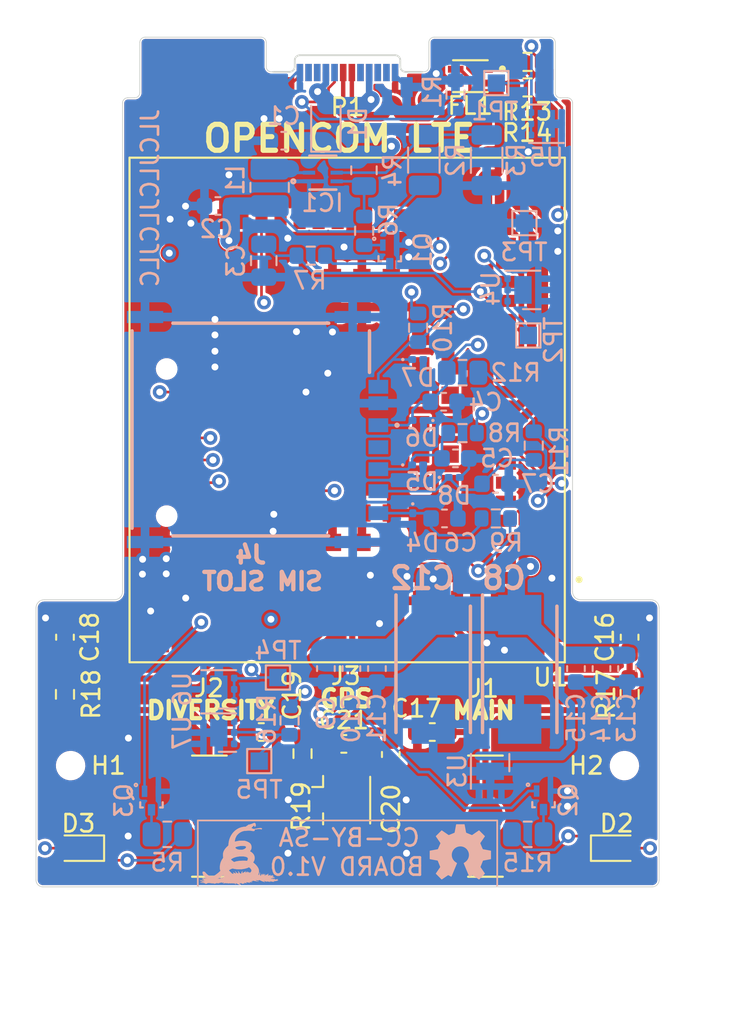
<source format=kicad_pcb>
(kicad_pcb (version 20221018) (generator pcbnew)

  (general
    (thickness 0.8)
  )

  (paper "A4")
  (title_block
    (title "openCom LTE")
    (rev "v1.0")
    (company "Liberated Embedded Systems")
    (comment 1 "Licensed under Creative Commons Attribution 4.0.")
    (comment 4 "https://liberatedsystems.co.uk")
  )

  (layers
    (0 "F.Cu" signal)
    (1 "In1.Cu" signal)
    (2 "In2.Cu" signal)
    (31 "B.Cu" signal)
    (32 "B.Adhes" user "B.Adhesive")
    (33 "F.Adhes" user "F.Adhesive")
    (34 "B.Paste" user)
    (35 "F.Paste" user)
    (36 "B.SilkS" user "B.Silkscreen")
    (37 "F.SilkS" user "F.Silkscreen")
    (38 "B.Mask" user)
    (39 "F.Mask" user)
    (40 "Dwgs.User" user "User.Drawings")
    (41 "Cmts.User" user "User.Comments")
    (42 "Eco1.User" user "User.Eco1")
    (43 "Eco2.User" user "User.Eco2")
    (44 "Edge.Cuts" user)
    (45 "Margin" user)
    (46 "B.CrtYd" user "B.Courtyard")
    (47 "F.CrtYd" user "F.Courtyard")
    (48 "B.Fab" user)
    (49 "F.Fab" user)
    (50 "User.1" user)
    (51 "User.2" user)
    (52 "User.3" user)
    (53 "User.4" user)
    (54 "User.5" user)
    (55 "User.6" user)
    (56 "User.7" user)
    (57 "User.8" user)
    (58 "User.9" user)
  )

  (setup
    (stackup
      (layer "F.SilkS" (type "Top Silk Screen"))
      (layer "F.Paste" (type "Top Solder Paste"))
      (layer "F.Mask" (type "Top Solder Mask") (thickness 0.01))
      (layer "F.Cu" (type "copper") (thickness 0.035))
      (layer "dielectric 1" (type "prepreg") (thickness 0.1) (material "FR4") (epsilon_r 4.5) (loss_tangent 0.02))
      (layer "In1.Cu" (type "copper") (thickness 0.035))
      (layer "dielectric 2" (type "core") (thickness 0.44) (material "FR4") (epsilon_r 4.5) (loss_tangent 0.02))
      (layer "In2.Cu" (type "copper") (thickness 0.035))
      (layer "dielectric 3" (type "prepreg") (thickness 0.1) (material "FR4") (epsilon_r 4.5) (loss_tangent 0.02))
      (layer "B.Cu" (type "copper") (thickness 0.035))
      (layer "B.Mask" (type "Bottom Solder Mask") (thickness 0.01))
      (layer "B.Paste" (type "Bottom Solder Paste"))
      (layer "B.SilkS" (type "Bottom Silk Screen"))
      (copper_finish "None")
      (dielectric_constraints no)
    )
    (pad_to_mask_clearance 0)
    (pcbplotparams
      (layerselection 0x00010fc_ffffffff)
      (plot_on_all_layers_selection 0x0000000_00000000)
      (disableapertmacros false)
      (usegerberextensions false)
      (usegerberattributes true)
      (usegerberadvancedattributes true)
      (creategerberjobfile true)
      (dashed_line_dash_ratio 12.000000)
      (dashed_line_gap_ratio 3.000000)
      (svgprecision 4)
      (plotframeref false)
      (viasonmask false)
      (mode 1)
      (useauxorigin false)
      (hpglpennumber 1)
      (hpglpenspeed 20)
      (hpglpendiameter 15.000000)
      (dxfpolygonmode true)
      (dxfimperialunits true)
      (dxfusepcbnewfont true)
      (psnegative false)
      (psa4output false)
      (plotreference true)
      (plotvalue true)
      (plotinvisibletext false)
      (sketchpadsonfab false)
      (subtractmaskfromsilk false)
      (outputformat 1)
      (mirror false)
      (drillshape 0)
      (scaleselection 1)
      (outputdirectory "gen/")
    )
  )

  (net 0 "")
  (net 1 "VBUS")
  (net 2 "GND")
  (net 3 "+3V8")
  (net 4 "/POWER_GOOD")
  (net 5 "/USIM_PRESENCE")
  (net 6 "/ANT_MAIN")
  (net 7 "/ANT_DIV")
  (net 8 "/ANT_GNSS")
  (net 9 "Net-(J3-In)")
  (net 10 "Net-(D1-A)")
  (net 11 "Net-(D2-K)")
  (net 12 "Net-(D3-K)")
  (net 13 "/USB_D+")
  (net 14 "/USB_D-")
  (net 15 "Net-(IC1-SW)")
  (net 16 "Net-(IC1-FB)")
  (net 17 "Net-(IC1-PG)")
  (net 18 "Net-(P1-CC)")
  (net 19 "unconnected-(P1-VCONN-PadB5)")
  (net 20 "Net-(Q1-B)")
  (net 21 "Net-(Q1-C)")
  (net 22 "/NETLIGHT")
  (net 23 "Net-(Q2-C)")
  (net 24 "/STATUS")
  (net 25 "Net-(Q3-C)")
  (net 26 "/USIM_RST")
  (net 27 "/USIM_CLK")
  (net 28 "/VDD_EXT")
  (net 29 "/USIM_DATA")
  (net 30 "Net-(R13-Pad1)")
  (net 31 "Net-(R14-Pad1)")
  (net 32 "Net-(R16-Pad2)")
  (net 33 "Net-(U1-USB_BOOT)")
  (net 34 "unconnected-(U1-PCM_CLK-Pad4)")
  (net 35 "unconnected-(U1-PCM_SYNC-Pad5)")
  (net 36 "unconnected-(U1-PCM_DIN-Pad6)")
  (net 37 "unconnected-(U1-PCM_DOUT-Pad7)")
  (net 38 "unconnected-(U1-RESET_N-Pad17)")
  (net 39 "unconnected-(U1-RESERVED-Pad18)")
  (net 40 "unconnected-(U1-AP_READY-Pad19)")
  (net 41 "unconnected-(U1-DBG_RXD-Pad22)")
  (net 42 "unconnected-(U1-DBG_TXD-Pad23)")
  (net 43 "unconnected-(U1-ADC0-Pad24)")
  (net 44 "unconnected-(U1-SPI_CLK-Pad26)")
  (net 45 "unconnected-(U1-SPI_MOSI-Pad27)")
  (net 46 "unconnected-(U1-SPI_MISO-Pad28)")
  (net 47 "unconnected-(U1-DTR-Pad30)")
  (net 48 "unconnected-(U1-RXD-Pad34)")
  (net 49 "unconnected-(U1-TXD-Pad35)")
  (net 50 "unconnected-(U1-CTS-Pad36)")
  (net 51 "unconnected-(U1-RTS-Pad37)")
  (net 52 "unconnected-(U1-DCD-Pad38)")
  (net 53 "unconnected-(U1-RI-Pad39)")
  (net 54 "unconnected-(U1-I2C_SCL-Pad40)")
  (net 55 "unconnected-(U1-I2C_SDA-Pad41)")
  (net 56 "unconnected-(U1-USIM2_PRESENCE-Pad83)")
  (net 57 "unconnected-(U1-USIM2_CLK-Pad84)")
  (net 58 "/USIM_VDD")
  (net 59 "Net-(C17-Pad1)")
  (net 60 "Net-(C19-Pad1)")
  (net 61 "/USBC_D+")
  (net 62 "/USBC_D-")
  (net 63 "unconnected-(U1-USIM2_RST-Pad85)")
  (net 64 "unconnected-(U1-USIM2_DATA-Pad86)")
  (net 65 "unconnected-(U1-USIM2_VDD-Pad87)")
  (net 66 "Net-(J4-RST)")
  (net 67 "Net-(J4-CLK)")
  (net 68 "Net-(J4-I{slash}O)")
  (net 69 "unconnected-(J4-VPP-PadC6)")

  (footprint "CONSMA002-SMD:LINX_CONSMA002-SMD" (layer "F.Cu") (at 151.72 142.15))

  (footprint "Resistor_SMD:R_0603_1608Metric" (layer "F.Cu") (at 154.15 98.575 180))

  (footprint "Resistor_SMD:R_0603_1608Metric_Pad0.98x0.95mm_HandSolder" (layer "F.Cu") (at 160.05 135.1125 -90))

  (footprint "LED_SMD:LED_0603_1608Metric" (layer "F.Cu") (at 128.2 144 180))

  (footprint "Capacitor_SMD:C_0603_1608Metric_Pad1.08x0.95mm_HandSolder" (layer "F.Cu") (at 146.25 138.5875 -90))

  (footprint "Resistor_SMD:R_0603_1608Metric_Pad0.98x0.95mm_HandSolder" (layer "F.Cu") (at 141.15 138.5375 -90))

  (footprint "Connector_USB:USB_C_Plug_Molex_105444" (layer "F.Cu") (at 143.75 99.15))

  (footprint "MountingHole:MountingHole_2.2mm_M2" (layer "F.Cu") (at 159.75 139.23))

  (footprint "LED_SMD:LED_0603_1608Metric" (layer "F.Cu") (at 159.3 144))

  (footprint "CONSMA002-SMD:LINX_CONSMA002-SMD" (layer "F.Cu") (at 135.77 142.15))

  (footprint "Capacitor_SMD:C_0603_1608Metric_Pad1.08x0.95mm_HandSolder" (layer "F.Cu") (at 160.05 131.8125 90))

  (footprint "Capacitor_SMD:C_0603_1608Metric_Pad1.08x0.95mm_HandSolder" (layer "F.Cu") (at 138.7675 137.29))

  (footprint "Capacitor_SMD:C_0603_1608Metric_Pad1.08x0.95mm_HandSolder" (layer "F.Cu") (at 127.425 131.8125 90))

  (footprint "Capacitor_SMD:C_0603_1608Metric_Pad1.08x0.95mm_HandSolder" (layer "F.Cu") (at 148.6475 137.29 180))

  (footprint "Capacitor_SMD:C_0603_1608Metric_Pad1.08x0.95mm_HandSolder" (layer "F.Cu") (at 143.5375 137.975))

  (footprint "Resistor_SMD:R_0603_1608Metric_Pad0.98x0.95mm_HandSolder" (layer "F.Cu") (at 127.425 135.1125 -90))

  (footprint "MountingHole:MountingHole_2.2mm_M2" (layer "F.Cu") (at 127.75 139.23))

  (footprint "Resistor_SMD:R_0603_1608Metric" (layer "F.Cu") (at 154.15 100.05 180))

  (footprint "DLW21SN900SQ2L:FIL_DLW21SN900SQ2L" (layer "F.Cu") (at 150.85 99.4 180))

  (footprint "EG95:XCVR_EG95" (layer "F.Cu")
    (tstamp f851ed5b-4e23-405b-b1aa-e8d65dde7576)
    (at 143.73 118.685 180)
    (property "MANUFACTURER" "Quectel")
    (property "MAXIMUM_PACKAGE_HEIGHT" "2.5mm")
    (property "PARTREV" "1.5")
    (property "STANDARD" "Manufacturer Recommendations")
    (property "Sheetfile" "opencom-lte.kicad_sch")
    (property "Sheetname" "")
    (path "/e6a6b14f-fc94-4e9b-b34c-71e0e50cdc39")
    (attr smd)
    (fp_text reference "U1" (at -11.76 -15.445) (layer "F.SilkS")
        (effects (font (size 1 1) (thickness 0.153)))
      (tstamp 1d464947-5842-4187-a9bd-c30a4e55b624)
    )
    (fp_text value "EG95" (at -12.635 15.715) (layer "F.Fab")
        (effects (font (size 1 1) (thickness 0.15)))
      (tstamp 7b80973e-b338-4301-a0a8-35a68cefc798)
    )
    (fp_circle (center -5.95 -4.25) (end -5.478 -4.25)
      (stroke (width 0) (type solid)) (fill solid) (layer "F.Paste") (tstamp 67d3b74d-81a9-43e5-82a0-a58ecb94a205))
    (fp_circle (center -5.95 -2.55) (end -5.478 -2.55)
      (stroke (width 0) (type solid)) (fill solid) (layer "F.Paste") (tstamp 12d7749c-79c9-41a7-b0f5-19f3bfe17632))
    (fp_circle (center -5.95 -0.85) (end -5.478 -0.85)
      (stroke (width 0) (type solid)) (fill solid) (layer "F.Paste") (tstamp 4e384b70-bee1-4f3c-923a-35ca47ab2658))
    (fp_circle (center -5.95 0.85) (end -5.478 0.85)
      (stroke (width 0) (type solid)) (fill solid) (layer "F.Paste") (tstamp 6d05fc8f-1146-4558-87f4-124d02db3765))
    (fp_circle (center -5.95 2.55) (end -5.478 2.55)
      (stroke (width 0) (type solid)) (fill solid) (layer "F.Paste") (tstamp 357ed333-a131-4460-9f03-f99d16791163))
    (fp_circle (center -5.95 4.25) (end -5.478 4.25)
      (stroke (width 0) (type solid)) (fill solid) (layer "F.Paste") (tstamp 63f94867-3c9e-4667-930a-fee0f1e2ebe2))
    (fp_circle (center -4.25 -4.25) (end -3.778 -4.25)
      (stroke (width 0) (type solid)) (fill solid) (layer "F.Paste") (tstamp 13cc66c6-7510-4e83-a694-d08949b734e5))
    (fp_circle (center -4.25 -2.55) (end -3.778 -2.55)
      (stroke (width 0) (type solid)) (fill solid) (layer "F.Paste") (tstamp 8c7a9cf3-ddbd-4b7c-bebc-49031a5e6d73))
    (fp_circle (center -4.25 -0.85) (end -3.778 -0.85)
      (stroke (width 0) (type solid)) (fill solid) (layer "F.Paste") (tstamp 3d9d3b4e-af9b-4dbc-9336-c29b3746faba))
    (fp_circle (center -4.25 0.85) (end -3.778 0.85)
      (stroke (width 0) (type solid)) (fill solid) (layer "F.Paste") (tstamp 690ddcd6-4d8e-42c0-ad75-ff9db3797b01))
    (fp_circle (center -4.25 2.55) (end -3.778 2.55)
      (stroke (width 0) (type solid)) (fill solid) (layer "F.Paste") (tstamp 75b36f97-51b2-4f40-b557-750c42c33062))
    (fp_circle (center -4.25 4.25) (end -3.778 4.25)
      (stroke (width 0) (type solid)) (fill solid) (layer "F.Paste") (tstamp 4e758d36-1513-487c-9267-fc087fa18d60))
    (fp_circle (center -2.55 -7.65) (end -2.078 -7.65)
      (stroke (width 0) (type solid)) (fill solid) (layer "F.Paste") (tstamp 3633692c-49f1-42ca-94b0-b891b5a33b8a))
    (fp_circle (center -2.55 -5.95) (end -2.078 -5.95)
      (stroke (width 0) (type solid)) (fill solid) (layer "F.Paste") (tstamp daf7962a-2a44-472f-b9c9-8c84ea1849f8))
    (fp_circle (center -2.55 5.95) (end -2.078 5.95)
      (stroke (width 0) (type solid)) (fill solid) (layer "F.Paste") (tstamp 32fabbac-dc5d-4778-92ac-b5c62bce09fe))
    (fp_circle (center -2.55 7.65) (end -2.078 7.65)
      (stroke (width 0) (type solid)) (fill solid) (layer "F.Paste") (tstamp b9df1aa6-a689-4293-8753-7c59f8230178))
    (fp_circle (center -0.85 -7.65) (end -0.378 -7.65)
      (stroke (width 0) (type solid)) (fill solid) (layer "F.Paste") (tstamp 4d0be172-5136-470d-b73a-7a8cb51ed73c))
    (fp_circle (center -0.85 -5.95) (end -0.378 -5.95)
      (stroke (width 0) (type solid)) (fill solid) (layer "F.Paste") (tstamp e9ad7bc7-db7f-41e8-8090-37c9b439c87a))
    (fp_circle (center -0.85 5.95) (end -0.378 5.95)
      (stroke (width 0) (type solid)) (fill solid) (layer "F.Paste") (tstamp 4a30cd4e-e496-41e4-82a6-3686d3ecb188))
    (fp_circle (center -0.85 7.65) (end -0.378 7.65)
      (stroke (width 0) (type solid)) (fill solid) (layer "F.Paste") (tstamp 55b8e7ce-c026-444a-87d3-c25fb53b51c9))
    (fp_circle (center 0.85 -7.65) (end 1.322 -7.65)
      (stroke (width 0) (type solid)) (fill solid) (layer "F.Paste") (tstamp 32b20396-c9b0-4873-b9ba-fa2c66fc98d1))
    (fp_circle (center 0.85 -5.95) (end 1.322 -5.95)
      (stroke (width 0) (type solid)) (fill solid) (layer "F.Paste") (tstamp e03b0b90-06f2-4e0d-a234-628bf843efeb))
    (fp_circle (center 0.85 5.95) (end 1.322 5.95)
      (stroke (width 0) (type solid)) (fill solid) (layer "F.Paste") (tstamp 117ba3fd-2c95-455c-a1fb-79870f2b7c3e))
    (fp_circle (center 0.85 7.65) (end 1.322 7.65)
      (stroke (width 0) (type solid)) (fill solid) (layer "F.Paste") (tstamp 9cebe8bb-5944-4532-84f3-4db69cb5a267))
    (fp_circle (center 2.55 -7.65) (end 3.022 -7.65)
      (stroke (width 0) (type solid)) (fill solid) (layer "F.Paste") (tstamp 4591d32e-0bfd-40f2-a436-d8c4a8df7b9c))
    (fp_circle (center 2.55 -5.95) (end 3.022 -5.95)
      (stroke (width 0) (type solid)) (fill solid) (layer "F.Paste") (tstamp 27feb6eb-48a0-44e1-945e-be4be8aa40cb))
    (fp_circle (center 2.55 5.95) (end 3.022 5.95)
      (stroke (width 0) (type solid)) (fill solid) (layer "F.Paste") (tstamp d0d20436-b778-4fa3-9675-56b791c3d56f))
    (fp_circle (center 2.55 7.65) (end 3.022 7.65)
      (stroke (width 0) (type solid)) (fill solid) (layer "F.Paste") (tstamp defa867d-6b76-49c8-bb58-cf6b459a29a2))
    (fp_circle (center 4.25 -4.25) (end 4.722 -4.25)
      (stroke (width 0) (type solid)) (fill solid) (layer "F.Paste") (tstamp 025de2ef-81a6-402c-bdfe-0f3340f36076))
    (fp_circle (center 4.25 -2.55) (end 4.722 -2.55)
      (stroke (width 0) (type solid)) (fill solid) (layer "F.Paste") (tstamp 920f3030-f3a9-49d9-98b1-ba1e7a6cde5b))
    (fp_circle (center 4.25 -0.85) (end 4.722 -0.85)
      (stroke (width 0) (type solid)) (fill solid) (layer "F.Paste") (tstamp cf2d715c-b57e-4e29-b1b7-62efa84a9561))
    (fp_circle (center 4.25 0.85) (end 4.722 0.85)
      (stroke (width 0) (type solid)) (fill solid) (layer "F.Paste") (tstamp ca71414b-1dcf-458c-9ec7-99f7644ea8d3))
    (fp_circle (center 4.25 2.55) (end 4.722 2.55)
      (stroke (width 0) (type solid)) (fill solid) (layer "F.Paste") (tstamp c74df507-238b-4f61-b908-673a0ad914c0))
    (fp_circle (center 4.25 4.25) (end 4.722 4.25)
      (stroke (width 0) (type solid)) (fill solid) (layer "F.Paste") (tstamp 89941a95-52f2-4f01-b5ae-ea2ee97dc086))
    (fp_circle (center 5.95 -4.25) (end 6.422 -4.25)
      (stroke (width 0) (type solid)) (fill solid) (layer "F.Paste") (tstamp 464d7fed-1c31-488c-ad54-5f06dec5a552))
    (fp_circle (center 5.95 -2.55) (end 6.422 -2.55)
      (stroke (width 0) (type solid)) (fill solid) (layer "F.Paste") (tstamp 7989918b-1f57-4399-89ef-f58e0c36eb2c))
    (fp_circle (center 5.95 -0.85) (end 6.422 -0.85)
      (stroke (width 0) (type solid)) (fill solid) (layer "F.Paste") (tstamp 338601a2-47bf-49f9-ba85-32e5a710140d))
    (fp_circle (center 5.95 0.85) (end 6.422 0.85)
      (stroke (width 0) (type solid)) (fill solid) (layer "F.Paste") (tstamp 12da4203-b063-4a2b-968e-3657dc112560))
    (fp_circle (center 5.95 2.55) (end 6.422 2.55)
      (stroke (width 0) (type solid)) (fill solid) (layer "F.Paste") (tstamp 7f6528a6-3a92-4aca-ba64-fc076fca4400))
    (fp_circle (center 5.95 4.25) (end 6.422 4.25)
      (stroke (width 0) (type solid)) (fill solid) (layer "F.Paste") (tstamp faf3a879-e27f-4ff1-b81f-1530938d56fc))
    (fp_poly
      (pts
        (xy -11.66 -13.66)
        (xy -10.64 -13.66)
        (xy -10.64 -12.64)
        (xy -11.66 -12.64)
      )

      (stroke (width 0.01) (type solid)) (fill solid) (layer "F.Paste") (tstamp a4cf9f7c-fc80-4a6e-8aed-8618a06b9c70))
    (fp_poly
      (pts
        (xy -10.54 13.56)
        (xy -10.78 13.56)
        (xy -11.56 12.78)
        (xy -11.56 12.54)
        (xy -10.54 12.54)
      )

      (stroke (width 0.0001) (type solid)) (fill solid) (layer "F.Paste") (tstamp 36e8bdf4-fab0-480a-ae07-fd85752c3d27))
    (fp_poly
      (pts
        (xy -10.54 13.56)
        (xy -10.78 13.56)
        (xy -11.56 12.78)
        (xy -11.56 12.54)
        (xy -10.54 12.54)
      )

      (stroke (width 0.0001) (type solid)) (fill solid) (layer "F.Paste") (tstamp fb33d6b7-c026-42c4-b8ab-e0e13b2d656e))
    (fp_poly
      (pts
        (xy 10.54 -13.56)
        (xy 10.78 -13.56)
        (xy 11.56 -12.78)
        (xy 11.56 -12.54)
        (xy 10.54 -12.54)
      )

      (stroke (width 0.0001) (type solid)) (fill solid) (layer "F.Paste") (tstamp 74c62a22-a856-4ac7-bb7a-1febdc12e728))
    (fp_poly
      (pts
        (xy 10.54 13.56)
        (xy 10.78 13.56)
        (xy 11.56 12.78)
        (xy 11.56 12.54)
        (xy 10.54 12.54)
      )

      (stroke (width 0.0001) (type solid)) (fill solid) (layer "F.Paste") (tstamp c4360858-c8a5-42dc-836e-f31e91c33908))
    (fp_poly
      (pts
        (xy -9.525 -9.98)
        (xy -8.825 -9.98)
        (xy -8.819 -9.98)
        (xy -8.814 -9.979)
        (xy -8.808 -9.979)
        (xy -8.802 -9.978)
        (xy -8.797 -9.976)
        (xy -8.791 -9.975)
        (xy -8.786 -9.973)
        (xy -8.78 -9.97)
        (xy -8.775 -9.968)
        (xy -8.77 -9.965)
        (xy -8.765 -9.962)
        (xy -8.76 -9.959)
        (xy -8.756 -9.955)
        (xy -8.751 -9.952)
        (xy -8.747 -9.948)
        (xy -8.743 -9.944)
        (xy -8.74 -9.939)
        (xy -8.736 -9.935)
        (xy -8.733 -9.93)
        (xy -8.73 -9.925)
        (xy -8.727 -9.92)
        (xy -8.725 -9.915)
        (xy -8.722 -9.909)
        (xy -8.72 -9.904)
        (xy -8.719 -9.898)
        (xy -8.717 -9.893)
        (xy -8.716 -9.887)
        (xy -8.716 -9.881)
        (xy -8.715 -9.876)
        (xy -8.715 -9.87)
        (xy -8.715 -9.53)
        (xy -8.715 -9.524)
        (xy -8.716 -9.519)
        (xy -8.716 -9.513)
        (xy -8.717 -9.507)
        (xy -8.719 -9.502)
        (xy -8.72 -9.496)
        (xy -8.722 -9.491)
        (xy -8.725 -9.485)
        (xy -8.727 -9.48)
        (xy -8.73 -9.475)
        (xy -8.733 -9.47)
        (xy -8.736 -9.465)
        (xy -8.74 -9.461)
        (xy -8.743 -9.456)
        (xy -8.747 -9.452)
        (xy -8.751 -9.448)
        (xy -8.756 -9.445)
        (xy -8.76 -9.441)
        (xy -8.765 -9.438)
        (xy -8.77 -9.435)
        (xy -8.775 -9.432)
        (xy -8.78 -9.43)
        (xy -8.786 -9.427)
        (xy -8.791 -9.425)
        (xy -8.797 -9.424)
        (xy -8.802 -9.422)
        (xy -8.808 -9.421)
        (xy -8.814 -9.421)
        (xy -8.819 -9.42)
        (xy -8.825 -9.42)
        (xy -9.525 -9.42)
        (xy -9.531 -9.42)
        (xy -9.536 -9.421)
        (xy -9.542 -9.421)
        (xy -9.548 -9.422)
        (xy -9.553 -9.424)
        (xy -9.559 -9.425)
        (xy -9.564 -9.427)
        (xy -9.57 -9.43)
        (xy -9.575 -9.432)
        (xy -9.58 -9.435)
        (xy -9.585 -9.438)
        (xy -9.59 -9.441)
        (xy -9.594 -9.445)
        (xy -9.599 -9.448)
        (xy -9.603 -9.452)
        (xy -9.607 -9.456)
        (xy -9.61 -9.461)
        (xy -9.614 -9.465)
        (xy -9.617 -9.47)
        (xy -9.62 -9.475)
        (xy -9.623 -9.48)
        (xy -9.625 -9.485)
        (xy -9.628 -9.491)
        (xy -9.63 -9.496)
        (xy -9.631 -9.502)
        (xy -9.633 -9.507)
        (xy -9.634 -9.513)
        (xy -9.634 -9.519)
        (xy -9.635 -9.524)
        (xy -9.635 -9.53)
        (xy -9.635 -9.87)
        (xy -9.635 -9.876)
        (xy -9.634 -9.881)
        (xy -9.634 -9.887)
        (xy -9.633 -9.893)
        (xy -9.631 -9.898)
        (xy -9.63 -9.904)
        (xy -9.628 -9.909)
        (xy -9.625 -9.915)
        (xy -9.623 -9.92)
        (xy -9.62 -9.925)
        (xy -9.617 -9.93)
        (xy -9.614 -9.935)
        (xy -9.61 -9.939)
        (xy -9.607 -9.944)
        (xy -9.603 -9.948)
        (xy -9.599 -9.952)
        (xy -9.594 -9.955)
        (xy -9.59 -9.959)
        (xy -9.585 -9.962)
        (xy -9.58 -9.965)
        (xy -9.575 -9.968)
        (xy -9.57 -9.97)
        (xy -9.564 -9.973)
        (xy -9.559 -9.975)
        (xy -9.553 -9.976)
        (xy -9.548 -9.978)
        (xy -9.542 -9.979)
        (xy -9.536 -9.979)
        (xy -9.531 -9.98)
        (xy -9.525 -9.98)
      )

      (stroke (width 0.0001) (type solid)) (fill solid) (layer "F.Paste") (tstamp 381fb920-c57b-4d2c-bff1-181bec3e7f23))
    (fp_poly
      (pts
        (xy -9.525 -8.88)
        (xy -8.825 -8.88)
        (xy -8.819 -8.88)
        (xy -8.814 -8.879)
        (xy -8.808 -8.879)
        (xy -8.802 -8.878)
        (xy -8.797 -8.876)
        (xy -8.791 -8.875)
        (xy -8.786 -8.873)
        (xy -8.78 -8.87)
        (xy -8.775 -8.868)
        (xy -8.77 -8.865)
        (xy -8.765 -8.862)
        (xy -8.76 -8.859)
        (xy -8.756 -8.855)
        (xy -8.751 -8.852)
        (xy -8.747 -8.848)
        (xy -8.743 -8.844)
        (xy -8.74 -8.839)
        (xy -8.736 -8.835)
        (xy -8.733 -8.83)
        (xy -8.73 -8.825)
        (xy -8.727 -8.82)
        (xy -8.725 -8.815)
        (xy -8.722 -8.809)
        (xy -8.72 -8.804)
        (xy -8.719 -8.798)
        (xy -8.717 -8.793)
        (xy -8.716 -8.787)
        (xy -8.716 -8.781)
        (xy -8.715 -8.776)
        (xy -8.715 -8.77)
        (xy -8.715 -8.43)
        (xy -8.715 -8.424)
        (xy -8.716 -8.419)
        (xy -8.716 -8.413)
        (xy -8.717 -8.407)
        (xy -8.719 -8.402)
        (xy -8.72 -8.396)
        (xy -8.722 -8.391)
        (xy -8.725 -8.385)
        (xy -8.727 -8.38)
        (xy -8.73 -8.375)
        (xy -8.733 -8.37)
        (xy -8.736 -8.365)
        (xy -8.74 -8.361)
        (xy -8.743 -8.356)
        (xy -8.747 -8.352)
        (xy -8.751 -8.348)
        (xy -8.756 -8.345)
        (xy -8.76 -8.341)
        (xy -8.765 -8.338)
        (xy -8.77 -8.335)
        (xy -8.775 -8.332)
        (xy -8.78 -8.33)
        (xy -8.786 -8.327)
        (xy -8.791 -8.325)
        (xy -8.797 -8.324)
        (xy -8.802 -8.322)
        (xy -8.808 -8.321)
        (xy -8.814 -8.321)
        (xy -8.819 -8.32)
        (xy -8.825 -8.32)
        (xy -9.525 -8.32)
        (xy -9.531 -8.32)
        (xy -9.536 -8.321)
        (xy -9.542 -8.321)
        (xy -9.548 -8.322)
        (xy -9.553 -8.324)
        (xy -9.559 -8.325)
        (xy -9.564 -8.327)
        (xy -9.57 -8.33)
        (xy -9.575 -8.332)
        (xy -9.58 -8.335)
        (xy -9.585 -8.338)
        (xy -9.59 -8.341)
        (xy -9.594 -8.345)
        (xy -9.599 -8.348)
        (xy -9.603 -8.352)
        (xy -9.607 -8.356)
        (xy -9.61 -8.361)
        (xy -9.614 -8.365)
        (xy -9.617 -8.37)
        (xy -9.62 -8.375)
        (xy -9.623 -8.38)
        (xy -9.625 -8.385)
        (xy -9.628 -8.391)
        (xy -9.63 -8.396)
        (xy -9.631 -8.402)
        (xy -9.633 -8.407)
        (xy -9.634 -8.413)
        (xy -9.634 -8.419)
        (xy -9.635 -8.424)
        (xy -9.635 -8.43)
        (xy -9.635 -8.77)
        (xy -9.635 -8.776)
        (xy -9.634 -8.781)
        (xy -9.634 -8.787)
        (xy -9.633 -8.793)
        (xy -9.631 -8.798)
        (xy -9.63 -8.804)
        (xy -9.628 -8.809)
        (xy -9.625 -8.815)
        (xy -9.623 -8.82)
        (xy -9.62 -8.825)
        (xy -9.617 -8.83)
        (xy -9.614 -8.835)
        (xy -9.61 -8.839)
        (xy -9.607 -8.844)
        (xy -9.603 -8.848)
        (xy -9.599 -8.852)
        (xy -9.594 -8.855)
        (xy -9.59 -8.859)
        (xy -9.585 -8.862)
        (xy -9.58 -8.865)
        (xy -9.575 -8.868)
        (xy -9.57 -8.87)
        (xy -9.564 -8.873)
        (xy -9.559 -8.875)
        (xy -9.553 -8.876)
        (xy -9.548 -8.878)
        (xy -9.542 -8.879)
        (xy -9.536 -8.879)
        (xy -9.531 -8.88)
        (xy -9.525 -8.88)
      )

      (stroke (width 0.0001) (type solid)) (fill solid) (layer "F.Paste") (tstamp 15a79106-df97-4493-8a49-601ca5566463))
    (fp_poly
      (pts
        (xy -9.525 -7.78)
        (xy -8.825 -7.78)
        (xy -8.819 -7.78)
        (xy -8.814 -7.779)
        (xy -8.808 -7.779)
        (xy -8.802 -7.778)
        (xy -8.797 -7.776)
        (xy -8.791 -7.775)
        (xy -8.786 -7.773)
        (xy -8.78 -7.77)
        (xy -8.775 -7.768)
        (xy -8.77 -7.765)
        (xy -8.765 -7.762)
        (xy -8.76 -7.759)
        (xy -8.756 -7.755)
        (xy -8.751 -7.752)
        (xy -8.747 -7.748)
        (xy -8.743 -7.744)
        (xy -8.74 -7.739)
        (xy -8.736 -7.735)
        (xy -8.733 -7.73)
        (xy -8.73 -7.725)
        (xy -8.727 -7.72)
        (xy -8.725 -7.715)
        (xy -8.722 -7.709)
        (xy -8.72 -7.704)
        (xy -8.719 -7.698)
        (xy -8.717 -7.693)
        (xy -8.716 -7.687)
        (xy -8.716 -7.681)
        (xy -8.715 -7.676)
        (xy -8.715 -7.67)
        (xy -8.715 -7.33)
        (xy -8.715 -7.324)
        (xy -8.716 -7.319)
        (xy -8.716 -7.313)
        (xy -8.717 -7.307)
        (xy -8.719 -7.302)
        (xy -8.72 -7.296)
        (xy -8.722 -7.291)
        (xy -8.725 -7.285)
        (xy -8.727 -7.28)
        (xy -8.73 -7.275)
        (xy -8.733 -7.27)
        (xy -8.736 -7.265)
        (xy -8.74 -7.261)
        (xy -8.743 -7.256)
        (xy -8.747 -7.252)
        (xy -8.751 -7.248)
        (xy -8.756 -7.245)
        (xy -8.76 -7.241)
        (xy -8.765 -7.238)
        (xy -8.77 -7.235)
        (xy -8.775 -7.232)
        (xy -8.78 -7.23)
        (xy -8.786 -7.227)
        (xy -8.791 -7.225)
        (xy -8.797 -7.224)
        (xy -8.802 -7.222)
        (xy -8.808 -7.221)
        (xy -8.814 -7.221)
        (xy -8.819 -7.22)
        (xy -8.825 -7.22)
        (xy -9.525 -7.22)
        (xy -9.531 -7.22)
        (xy -9.536 -7.221)
        (xy -9.542 -7.221)
        (xy -9.548 -7.222)
        (xy -9.553 -7.224)
        (xy -9.559 -7.225)
        (xy -9.564 -7.227)
        (xy -9.57 -7.23)
        (xy -9.575 -7.232)
        (xy -9.58 -7.235)
        (xy -9.585 -7.238)
        (xy -9.59 -7.241)
        (xy -9.594 -7.245)
        (xy -9.599 -7.248)
        (xy -9.603 -7.252)
        (xy -9.607 -7.256)
        (xy -9.61 -7.261)
        (xy -9.614 -7.265)
        (xy -9.617 -7.27)
        (xy -9.62 -7.275)
        (xy -9.623 -7.28)
        (xy -9.625 -7.285)
        (xy -9.628 -7.291)
        (xy -9.63 -7.296)
        (xy -9.631 -7.302)
        (xy -9.633 -7.307)
        (xy -9.634 -7.313)
        (xy -9.634 -7.319)
        (xy -9.635 -7.324)
        (xy -9.635 -7.33)
        (xy -9.635 -7.67)
        (xy -9.635 -7.676)
        (xy -9.634 -7.681)
        (xy -9.634 -7.687)
        (xy -9.633 -7.693)
        (xy -9.631 -7.698)
        (xy -9.63 -7.704)
        (xy -9.628 -7.709)
        (xy -9.625 -7.715)
        (xy -9.623 -7.72)
        (xy -9.62 -7.725)
        (xy -9.617 -7.73)
        (xy -9.614 -7.735)
        (xy -9.61 -7.739)
        (xy -9.607 -7.744)
        (xy -9.603 -7.748)
        (xy -9.599 -7.752)
        (xy -9.594 -7.755)
        (xy -9.59 -7.759)
        (xy -9.585 -7.762)
        (xy -9.58 -7.765)
        (xy -9.575 -7.768)
        (xy -9.57 -7.77)
        (xy -9.564 -7.773)
        (xy -9.559 -7.775)
        (xy -9.553 -7.776)
        (xy -9.548 -7.778)
        (xy -9.542 -7.779)
        (xy -9.536 -7.779)
        (xy -9.531 -7.78)
        (xy -9.525 -7.78)
      )

      (stroke (width 0.0001) (type solid)) (fill solid) (layer "F.Paste") (tstamp 0c575af3-6ed1-46a3-bfde-38643bb7e524))
    (fp_poly
      (pts
        (xy -9.525 -6.68)
        (xy -8.825 -6.68)
        (xy -8.819 -6.68)
        (xy -8.814 -6.679)
        (xy -8.808 -6.679)
        (xy -8.802 -6.678)
        (xy -8.797 -6.676)
        (xy -8.791 -6.675)
        (xy -8.786 -6.673)
        (xy -8.78 -6.67)
        (xy -8.775 -6.668)
        (xy -8.77 -6.665)
        (xy -8.765 -6.662)
        (xy -8.76 -6.659)
        (xy -8.756 -6.655)
        (xy -8.751 -6.652)
        (xy -8.747 -6.648)
        (xy -8.743 -6.644)
        (xy -8.74 -6.639)
        (xy -8.736 -6.635)
        (xy -8.733 -6.63)
        (xy -8.73 -6.625)
        (xy -8.727 -6.62)
        (xy -8.725 -6.615)
        (xy -8.722 -6.609)
        (xy -8.72 -6.604)
        (xy -8.719 -6.598)
        (xy -8.717 -6.593)
        (xy -8.716 -6.587)
        (xy -8.716 -6.581)
        (xy -8.715 -6.576)
        (xy -8.715 -6.57)
        (xy -8.715 -6.23)
        (xy -8.715 -6.224)
        (xy -8.716 -6.219)
        (xy -8.716 -6.213)
        (xy -8.717 -6.207)
        (xy -8.719 -6.202)
        (xy -8.72 -6.196)
        (xy -8.722 -6.191)
        (xy -8.725 -6.185)
        (xy -8.727 -6.18)
        (xy -8.73 -6.175)
        (xy -8.733 -6.17)
        (xy -8.736 -6.165)
        (xy -8.74 -6.161)
        (xy -8.743 -6.156)
        (xy -8.747 -6.152)
        (xy -8.751 -6.148)
        (xy -8.756 -6.145)
        (xy -8.76 -6.141)
        (xy -8.765 -6.138)
        (xy -8.77 -6.135)
        (xy -8.775 -6.132)
        (xy -8.78 -6.13)
        (xy -8.786 -6.127)
        (xy -8.791 -6.125)
        (xy -8.797 -6.124)
        (xy -8.802 -6.122)
        (xy -8.808 -6.121)
        (xy -8.814 -6.121)
        (xy -8.819 -6.12)
        (xy -8.825 -6.12)
        (xy -9.525 -6.12)
        (xy -9.531 -6.12)
        (xy -9.536 -6.121)
        (xy -9.542 -6.121)
        (xy -9.548 -6.122)
        (xy -9.553 -6.124)
        (xy -9.559 -6.125)
        (xy -9.564 -6.127)
        (xy -9.57 -6.13)
        (xy -9.575 -6.132)
        (xy -9.58 -6.135)
        (xy -9.585 -6.138)
        (xy -9.59 -6.141)
        (xy -9.594 -6.145)
        (xy -9.599 -6.148)
        (xy -9.603 -6.152)
        (xy -9.607 -6.156)
        (xy -9.61 -6.161)
        (xy -9.614 -6.165)
        (xy -9.617 -6.17)
        (xy -9.62 -6.175)
        (xy -9.623 -6.18)
        (xy -9.625 -6.185)
        (xy -9.628 -6.191)
        (xy -9.63 -6.196)
        (xy -9.631 -6.202)
        (xy -9.633 -6.207)
        (xy -9.634 -6.213)
        (xy -9.634 -6.219)
        (xy -9.635 -6.224)
        (xy -9.635 -6.23)
        (xy -9.635 -6.57)
        (xy -9.635 -6.576)
        (xy -9.634 -6.581)
        (xy -9.634 -6.587)
        (xy -9.633 -6.593)
        (xy -9.631 -6.598)
        (xy -9.63 -6.604)
        (xy -9.628 -6.609)
        (xy -9.625 -6.615)
        (xy -9.623 -6.62)
        (xy -9.62 -6.625)
        (xy -9.617 -6.63)
        (xy -9.614 -6.635)
        (xy -9.61 -6.639)
        (xy -9.607 -6.644)
        (xy -9.603 -6.648)
        (xy -9.599 -6.652)
        (xy -9.594 -6.655)
        (xy -9.59 -6.659)
        (xy -9.585 -6.662)
        (xy -9.58 -6.665)
        (xy -9.575 -6.668)
        (xy -9.57 -6.67)
        (xy -9.564 -6.673)
        (xy -9.559 -6.675)
        (xy -9.553 -6.676)
        (xy -9.548 -6.678)
        (xy -9.542 -6.679)
        (xy -9.536 -6.679)
        (xy -9.531 -6.68)
        (xy -9.525 -6.68)
      )

      (stroke (width 0.0001) (type solid)) (fill solid) (layer "F.Paste") (tstamp 4a9d6eca-1bec-49f3-8d4a-6444aca6165c))
    (fp_poly
      (pts
        (xy -9.525 -5.58)
        (xy -8.825 -5.58)
        (xy -8.819 -5.58)
        (xy -8.814 -5.579)
        (xy -8.808 -5.579)
        (xy -8.802 -5.578)
        (xy -8.797 -5.576)
        (xy -8.791 -5.575)
        (xy -8.786 -5.573)
        (xy -8.78 -5.57)
        (xy -8.775 -5.568)
        (xy -8.77 -5.565)
        (xy -8.765 -5.562)
        (xy -8.76 -5.559)
        (xy -8.756 -5.555)
        (xy -8.751 -5.552)
        (xy -8.747 -5.548)
        (xy -8.743 -5.544)
        (xy -8.74 -5.539)
        (xy -8.736 -5.535)
        (xy -8.733 -5.53)
        (xy -8.73 -5.525)
        (xy -8.727 -5.52)
        (xy -8.725 -5.515)
        (xy -8.722 -5.509)
        (xy -8.72 -5.504)
        (xy -8.719 -5.498)
        (xy -8.717 -5.493)
        (xy -8.716 -5.487)
        (xy -8.716 -5.481)
        (xy -8.715 -5.476)
        (xy -8.715 -5.47)
        (xy -8.715 -5.13)
        (xy -8.715 -5.124)
        (xy -8.716 -5.119)
        (xy -8.716 -5.113)
        (xy -8.717 -5.107)
        (xy -8.719 -5.102)
        (xy -8.72 -5.096)
        (xy -8.722 -5.091)
        (xy -8.725 -5.085)
        (xy -8.727 -5.08)
        (xy -8.73 -5.075)
        (xy -8.733 -5.07)
        (xy -8.736 -5.065)
        (xy -8.74 -5.061)
        (xy -8.743 -5.056)
        (xy -8.747 -5.052)
        (xy -8.751 -5.048)
        (xy -8.756 -5.045)
        (xy -8.76 -5.041)
        (xy -8.765 -5.038)
        (xy -8.77 -5.035)
        (xy -8.775 -5.032)
        (xy -8.78 -5.03)
        (xy -8.786 -5.027)
        (xy -8.791 -5.025)
        (xy -8.797 -5.024)
        (xy -8.802 -5.022)
        (xy -8.808 -5.021)
        (xy -8.814 -5.021)
        (xy -8.819 -5.02)
        (xy -8.825 -5.02)
        (xy -9.525 -5.02)
        (xy -9.531 -5.02)
        (xy -9.536 -5.021)
        (xy -9.542 -5.021)
        (xy -9.548 -5.022)
        (xy -9.553 -5.024)
        (xy -9.559 -5.025)
        (xy -9.564 -5.027)
        (xy -9.57 -5.03)
        (xy -9.575 -5.032)
        (xy -9.58 -5.035)
        (xy -9.585 -5.038)
        (xy -9.59 -5.041)
        (xy -9.594 -5.045)
        (xy -9.599 -5.048)
        (xy -9.603 -5.052)
        (xy -9.607 -5.056)
        (xy -9.61 -5.061)
        (xy -9.614 -5.065)
        (xy -9.617 -5.07)
        (xy -9.62 -5.075)
        (xy -9.623 -5.08)
        (xy -9.625 -5.085)
        (xy -9.628 -5.091)
        (xy -9.63 -5.096)
        (xy -9.631 -5.102)
        (xy -9.633 -5.107)
        (xy -9.634 -5.113)
        (xy -9.634 -5.119)
        (xy -9.635 -5.124)
        (xy -9.635 -5.13)
        (xy -9.635 -5.47)
        (xy -9.635 -5.476)
        (xy -9.634 -5.481)
        (xy -9.634 -5.487)
        (xy -9.633 -5.493)
        (xy -9.631 -5.498)
        (xy -9.63 -5.504)
        (xy -9.628 -5.509)
        (xy -9.625 -5.515)
        (xy -9.623 -5.52)
        (xy -9.62 -5.525)
        (xy -9.617 -5.53)
        (xy -9.614 -5.535)
        (xy -9.61 -5.539)
        (xy -9.607 -5.544)
        (xy -9.603 -5.548)
        (xy -9.599 -5.552)
        (xy -9.594 -5.555)
        (xy -9.59 -5.559)
        (xy -9.585 -5.562)
        (xy -9.58 -5.565)
        (xy -9.575 -5.568)
        (xy -9.57 -5.57)
        (xy -9.564 -5.573)
        (xy -9.559 -5.575)
        (xy -9.553 -5.576)
        (xy -9.548 -5.578)
        (xy -9.542 -5.579)
        (xy -9.536 -5.579)
        (xy -9.531 -5.58)
        (xy -9.525 -5.58)
      )

      (stroke (width 0.0001) (type solid)) (fill solid) (layer "F.Paste") (tstamp e40f3414-f91c-4fbd-a4de-8dc5493441cf))
    (fp_poly
      (pts
        (xy -9.525 -4.48)
        (xy -8.825 -4.48)
        (xy -8.819 -4.48)
        (xy -8.814 -4.479)
        (xy -8.808 -4.479)
        (xy -8.802 -4.478)
        (xy -8.797 -4.476)
        (xy -8.791 -4.475)
        (xy -8.786 -4.473)
        (xy -8.78 -4.47)
        (xy -8.775 -4.468)
        (xy -8.77 -4.465)
        (xy -8.765 -4.462)
        (xy -8.76 -4.459)
        (xy -8.756 -4.455)
        (xy -8.751 -4.452)
        (xy -8.747 -4.448)
        (xy -8.743 -4.444)
        (xy -8.74 -4.439)
        (xy -8.736 -4.435)
        (xy -8.733 -4.43)
        (xy -8.73 -4.425)
        (xy -8.727 -4.42)
        (xy -8.725 -4.415)
        (xy -8.722 -4.409)
        (xy -8.72 -4.404)
        (xy -8.719 -4.398)
        (xy -8.717 -4.393)
        (xy -8.716 -4.387)
        (xy -8.716 -4.381)
        (xy -8.715 -4.376)
        (xy -8.715 -4.37)
        (xy -8.715 -4.03)
        (xy -8.715 -4.024)
        (xy -8.716 -4.019)
        (xy -8.716 -4.013)
        (xy -8.717 -4.007)
        (xy -8.719 -4.002)
        (xy -8.72 -3.996)
        (xy -8.722 -3.991)
        (xy -8.725 -3.985)
        (xy -8.727 -3.98)
        (xy -8.73 -3.975)
        (xy -8.733 -3.97)
        (xy -8.736 -3.965)
        (xy -8.74 -3.961)
        (xy -8.743 -3.956)
        (xy -8.747 -3.952)
        (xy -8.751 -3.948)
        (xy -8.756 -3.945)
        (xy -8.76 -3.941)
        (xy -8.765 -3.938)
        (xy -8.77 -3.935)
        (xy -8.775 -3.932)
        (xy -8.78 -3.93)
        (xy -8.786 -3.927)
        (xy -8.791 -3.925)
        (xy -8.797 -3.924)
        (xy -8.802 -3.922)
        (xy -8.808 -3.921)
        (xy -8.814 -3.921)
        (xy -8.819 -3.92)
        (xy -8.825 -3.92)
        (xy -9.525 -3.92)
        (xy -9.531 -3.92)
        (xy -9.536 -3.921)
        (xy -9.542 -3.921)
        (xy -9.548 -3.922)
        (xy -9.553 -3.924)
        (xy -9.559 -3.925)
        (xy -9.564 -3.927)
        (xy -9.57 -3.93)
        (xy -9.575 -3.932)
        (xy -9.58 -3.935)
        (xy -9.585 -3.938)
        (xy -9.59 -3.941)
        (xy -9.594 -3.945)
        (xy -9.599 -3.948)
        (xy -9.603 -3.952)
        (xy -9.607 -3.956)
        (xy -9.61 -3.961)
        (xy -9.614 -3.965)
        (xy -9.617 -3.97)
        (xy -9.62 -3.975)
        (xy -9.623 -3.98)
        (xy -9.625 -3.985)
        (xy -9.628 -3.991)
        (xy -9.63 -3.996)
        (xy -9.631 -4.002)
        (xy -9.633 -4.007)
        (xy -9.634 -4.013)
        (xy -9.634 -4.019)
        (xy -9.635 -4.024)
        (xy -9.635 -4.03)
        (xy -9.635 -4.37)
        (xy -9.635 -4.376)
        (xy -9.634 -4.381)
        (xy -9.634 -4.387)
        (xy -9.633 -4.393)
        (xy -9.631 -4.398)
        (xy -9.63 -4.404)
        (xy -9.628 -4.409)
        (xy -9.625 -4.415)
        (xy -9.623 -4.42)
        (xy -9.62 -4.425)
        (xy -9.617 -4.43)
        (xy -9.614 -4.435)
        (xy -9.61 -4.439)
        (xy -9.607 -4.444)
        (xy -9.603 -4.448)
        (xy -9.599 -4.452)
        (xy -9.594 -4.455)
        (xy -9.59 -4.459)
        (xy -9.585 -4.462)
        (xy -9.58 -4.465)
        (xy -9.575 -4.468)
        (xy -9.57 -4.47)
        (xy -9.564 -4.473)
        (xy -9.559 -4.475)
        (xy -9.553 -4.476)
        (xy -9.548 -4.478)
        (xy -9.542 -4.479)
        (xy -9.536 -4.479)
        (xy -9.531 -4.48)
        (xy -9.525 -4.48)
      )

      (stroke (width 0.0001) (type solid)) (fill solid) (layer "F.Paste") (tstamp 632251aa-57d5-41fd-a286-0fe541e8b458))
    (fp_poly
      (pts
        (xy -9.525 -3.38)
        (xy -8.825 -3.38)
        (xy -8.819 -3.38)
        (xy -8.814 -3.379)
        (xy -8.808 -3.379)
        (xy -8.802 -3.378)
        (xy -8.797 -3.376)
        (xy -8.791 -3.375)
        (xy -8.786 -3.373)
        (xy -8.78 -3.37)
        (xy -8.775 -3.368)
        (xy -8.77 -3.365)
        (xy -8.765 -3.362)
        (xy -8.76 -3.359)
        (xy -8.756 -3.355)
        (xy -8.751 -3.352)
        (xy -8.747 -3.348)
        (xy -8.743 -3.344)
        (xy -8.74 -3.339)
        (xy -8.736 -3.335)
        (xy -8.733 -3.33)
        (xy -8.73 -3.325)
        (xy -8.727 -3.32)
        (xy -8.725 -3.315)
        (xy -8.722 -3.309)
        (xy -8.72 -3.304)
        (xy -8.719 -3.298)
        (xy -8.717 -3.293)
        (xy -8.716 -3.287)
        (xy -8.716 -3.281)
        (xy -8.715 -3.276)
        (xy -8.715 -3.27)
        (xy -8.715 -2.93)
        (xy -8.715 -2.924)
        (xy -8.716 -2.919)
        (xy -8.716 -2.913)
        (xy -8.717 -2.907)
        (xy -8.719 -2.902)
        (xy -8.72 -2.896)
        (xy -8.722 -2.891)
        (xy -8.725 -2.885)
        (xy -8.727 -2.88)
        (xy -8.73 -2.875)
        (xy -8.733 -2.87)
        (xy -8.736 -2.865)
        (xy -8.74 -2.861)
        (xy -8.743 -2.856)
        (xy -8.747 -2.852)
        (xy -8.751 -2.848)
        (xy -8.756 -2.845)
        (xy -8.76 -2.841)
        (xy -8.765 -2.838)
        (xy -8.77 -2.835)
        (xy -8.775 -2.832)
        (xy -8.78 -2.83)
        (xy -8.786 -2.827)
        (xy -8.791 -2.825)
        (xy -8.797 -2.824)
        (xy -8.802 -2.822)
        (xy -8.808 -2.821)
        (xy -8.814 -2.821)
        (xy -8.819 -2.82)
        (xy -8.825 -2.82)
        (xy -9.525 -2.82)
        (xy -9.531 -2.82)
        (xy -9.536 -2.821)
        (xy -9.542 -2.821)
        (xy -9.548 -2.822)
        (xy -9.553 -2.824)
        (xy -9.559 -2.825)
        (xy -9.564 -2.827)
        (xy -9.57 -2.83)
        (xy -9.575 -2.832)
        (xy -9.58 -2.835)
        (xy -9.585 -2.838)
        (xy -9.59 -2.841)
        (xy -9.594 -2.845)
        (xy -9.599 -2.848)
        (xy -9.603 -2.852)
        (xy -9.607 -2.856)
        (xy -9.61 -2.861)
        (xy -9.614 -2.865)
        (xy -9.617 -2.87)
        (xy -9.62 -2.875)
        (xy -9.623 -2.88)
        (xy -9.625 -2.885)
        (xy -9.628 -2.891)
        (xy -9.63 -2.896)
        (xy -9.631 -2.902)
        (xy -9.633 -2.907)
        (xy -9.634 -2.913)
        (xy -9.634 -2.919)
        (xy -9.635 -2.924)
        (xy -9.635 -2.93)
        (xy -9.635 -3.27)
        (xy -9.635 -3.276)
        (xy -9.634 -3.281)
        (xy -9.634 -3.287)
        (xy -9.633 -3.293)
        (xy -9.631 -3.298)
        (xy -9.63 -3.304)
        (xy -9.628 -3.309)
        (xy -9.625 -3.315)
        (xy -9.623 -3.32)
        (xy -9.62 -3.325)
        (xy -9.617 -3.33)
        (xy -9.614 -3.335)
        (xy -9.61 -3.339)
        (xy -9.607 -3.344)
        (xy -9.603 -3.348)
        (xy -9.599 -3.352)
        (xy -9.594 -3.355)
        (xy -9.59 -3.359)
        (xy -9.585 -3.362)
        (xy -9.58 -3.365)
        (xy -9.575 -3.368)
        (xy -9.57 -3.37)
        (xy -9.564 -3.373)
        (xy -9.559 -3.375)
        (xy -9.553 -3.376)
        (xy -9.548 -3.378)
        (xy -9.542 -3.379)
        (xy -9.536 -3.379)
        (xy -9.531 -3.38)
        (xy -9.525 -3.38)
      )

      (stroke (width 0.0001) (type solid)) (fill solid) (layer "F.Paste") (tstamp 165f453a-045e-47a7-9b07-2475fb0ac687))
    (fp_poly
      (pts
        (xy -9.525 -2.28)
        (xy -8.825 -2.28)
        (xy -8.819 -2.28)
        (xy -8.814 -2.279)
        (xy -8.808 -2.279)
        (xy -8.802 -2.278)
        (xy -8.797 -2.276)
        (xy -8.791 -2.275)
        (xy -8.786 -2.273)
        (xy -8.78 -2.27)
        (xy -8.775 -2.268)
        (xy -8.77 -2.265)
        (xy -8.765 -2.262)
        (xy -8.76 -2.259)
        (xy -8.756 -2.255)
        (xy -8.751 -2.252)
        (xy -8.747 -2.248)
        (xy -8.743 -2.244)
        (xy -8.74 -2.239)
        (xy -8.736 -2.235)
        (xy -8.733 -2.23)
        (xy -8.73 -2.225)
        (xy -8.727 -2.22)
        (xy -8.725 -2.215)
        (xy -8.722 -2.209)
        (xy -8.72 -2.204)
        (xy -8.719 -2.198)
        (xy -8.717 -2.193)
        (xy -8.716 -2.187)
        (xy -8.716 -2.181)
        (xy -8.715 -2.176)
        (xy -8.715 -2.17)
        (xy -8.715 -1.83)
        (xy -8.715 -1.824)
        (xy -8.716 -1.819)
        (xy -8.716 -1.813)
        (xy -8.717 -1.807)
        (xy -8.719 -1.802)
        (xy -8.72 -1.796)
        (xy -8.722 -1.791)
        (xy -8.725 -1.785)
        (xy -8.727 -1.78)
        (xy -8.73 -1.775)
        (xy -8.733 -1.77)
        (xy -8.736 -1.765)
        (xy -8.74 -1.761)
        (xy -8.743 -1.756)
        (xy -8.747 -1.752)
        (xy -8.751 -1.748)
        (xy -8.756 -1.745)
        (xy -8.76 -1.741)
        (xy -8.765 -1.738)
        (xy -8.77 -1.735)
        (xy -8.775 -1.732)
        (xy -8.78 -1.73)
        (xy -8.786 -1.727)
        (xy -8.791 -1.725)
        (xy -8.797 -1.724)
        (xy -8.802 -1.722)
        (xy -8.808 -1.721)
        (xy -8.814 -1.721)
        (xy -8.819 -1.72)
        (xy -8.825 -1.72)
        (xy -9.525 -1.72)
        (xy -9.531 -1.72)
        (xy -9.536 -1.721)
        (xy -9.542 -1.721)
        (xy -9.548 -1.722)
        (xy -9.553 -1.724)
        (xy -9.559 -1.725)
        (xy -9.564 -1.727)
        (xy -9.57 -1.73)
        (xy -9.575 -1.732)
        (xy -9.58 -1.735)
        (xy -9.585 -1.738)
        (xy -9.59 -1.741)
        (xy -9.594 -1.745)
        (xy -9.599 -1.748)
        (xy -9.603 -1.752)
        (xy -9.607 -1.756)
        (xy -9.61 -1.761)
        (xy -9.614 -1.765)
        (xy -9.617 -1.77)
        (xy -9.62 -1.775)
        (xy -9.623 -1.78)
        (xy -9.625 -1.785)
        (xy -9.628 -1.791)
        (xy -9.63 -1.796)
        (xy -9.631 -1.802)
        (xy -9.633 -1.807)
        (xy -9.634 -1.813)
        (xy -9.634 -1.819)
        (xy -9.635 -1.824)
        (xy -9.635 -1.83)
        (xy -9.635 -2.17)
        (xy -9.635 -2.176)
        (xy -9.634 -2.181)
        (xy -9.634 -2.187)
        (xy -9.633 -2.193)
        (xy -9.631 -2.198)
        (xy -9.63 -2.204)
        (xy -9.628 -2.209)
        (xy -9.625 -2.215)
        (xy -9.623 -2.22)
        (xy -9.62 -2.225)
        (xy -9.617 -2.23)
        (xy -9.614 -2.235)
        (xy -9.61 -2.239)
        (xy -9.607 -2.244)
        (xy -9.603 -2.248)
        (xy -9.599 -2.252)
        (xy -9.594 -2.255)
        (xy -9.59 -2.259)
        (xy -9.585 -2.262)
        (xy -9.58 -2.265)
        (xy -9.575 -2.268)
        (xy -9.57 -2.27)
        (xy -9.564 -2.273)
        (xy -9.559 -2.275)
        (xy -9.553 -2.276)
        (xy -9.548 -2.278)
        (xy -9.542 -2.279)
        (xy -9.536 -2.279)
        (xy -9.531 -2.28)
        (xy -9.525 -2.28)
      )

      (stroke (width 0.0001) (type solid)) (fill solid) (layer "F.Paste") (tstamp cb1c1cbf-eb5c-4e30-88f9-10cfafcf0427))
    (fp_poly
      (pts
        (xy -9.525 -1.18)
        (xy -8.825 -1.18)
        (xy -8.819 -1.18)
        (xy -8.814 -1.179)
        (xy -8.808 -1.179)
        (xy -8.802 -1.178)
        (xy -8.797 -1.176)
        (xy -8.791 -1.175)
        (xy -8.786 -1.173)
        (xy -8.78 -1.17)
        (xy -8.775 -1.168)
        (xy -8.77 -1.165)
        (xy -8.765 -1.162)
        (xy -8.76 -1.159)
        (xy -8.756 -1.155)
        (xy -8.751 -1.152)
        (xy -8.747 -1.148)
        (xy -8.743 -1.144)
        (xy -8.74 -1.139)
        (xy -8.736 -1.135)
        (xy -8.733 -1.13)
        (xy -8.73 -1.125)
        (xy -8.727 -1.12)
        (xy -8.725 -1.115)
        (xy -8.722 -1.109)
        (xy -8.72 -1.104)
        (xy -8.719 -1.098)
        (xy -8.717 -1.093)
        (xy -8.716 -1.087)
        (xy -8.716 -1.081)
        (xy -8.715 -1.076)
        (xy -8.715 -1.07)
        (xy -8.715 -0.73)
        (xy -8.715 -0.724)
        (xy -8.716 -0.719)
        (xy -8.716 -0.713)
        (xy -8.717 -0.707)
        (xy -8.719 -0.702)
        (xy -8.72 -0.696)
        (xy -8.722 -0.691)
        (xy -8.725 -0.685)
        (xy -8.727 -0.68)
        (xy -8.73 -0.675)
        (xy -8.733 -0.67)
        (xy -8.736 -0.665)
        (xy -8.74 -0.661)
        (xy -8.743 -0.656)
        (xy -8.747 -0.652)
        (xy -8.751 -0.648)
        (xy -8.756 -0.645)
        (xy -8.76 -0.641)
        (xy -8.765 -0.638)
        (xy -8.77 -0.635)
        (xy -8.775 -0.632)
        (xy -8.78 -0.63)
        (xy -8.786 -0.627)
        (xy -8.791 -0.625)
        (xy -8.797 -0.624)
        (xy -8.802 -0.622)
        (xy -8.808 -0.621)
        (xy -8.814 -0.621)
        (xy -8.819 -0.62)
        (xy -8.825 -0.62)
        (xy -9.525 -0.62)
        (xy -9.531 -0.62)
        (xy -9.536 -0.621)
        (xy -9.542 -0.621)
        (xy -9.548 -0.622)
        (xy -9.553 -0.624)
        (xy -9.559 -0.625)
        (xy -9.564 -0.627)
        (xy -9.57 -0.63)
        (xy -9.575 -0.632)
        (xy -9.58 -0.635)
        (xy -9.585 -0.638)
        (xy -9.59 -0.641)
        (xy -9.594 -0.645)
        (xy -9.599 -0.648)
        (xy -9.603 -0.652)
        (xy -9.607 -0.656)
        (xy -9.61 -0.661)
        (xy -9.614 -0.665)
        (xy -9.617 -0.67)
        (xy -9.62 -0.675)
        (xy -9.623 -0.68)
        (xy -9.625 -0.685)
        (xy -9.628 -0.691)
        (xy -9.63 -0.696)
        (xy -9.631 -0.702)
        (xy -9.633 -0.707)
        (xy -9.634 -0.713)
        (xy -9.634 -0.719)
        (xy -9.635 -0.724)
        (xy -9.635 -0.73)
        (xy -9.635 -1.07)
        (xy -9.635 -1.076)
        (xy -9.634 -1.081)
        (xy -9.634 -1.087)
        (xy -9.633 -1.093)
        (xy -9.631 -1.098)
        (xy -9.63 -1.104)
        (xy -9.628 -1.109)
        (xy -9.625 -1.115)
        (xy -9.623 -1.12)
        (xy -9.62 -1.125)
        (xy -9.617 -1.13)
        (xy -9.614 -1.135)
        (xy -9.61 -1.139)
        (xy -9.607 -1.144)
        (xy -9.603 -1.148)
        (xy -9.599 -1.152)
        (xy -9.594 -1.155)
        (xy -9.59 -1.159)
        (xy -9.585 -1.162)
        (xy -9.58 -1.165)
        (xy -9.575 -1.168)
        (xy -9.57 -1.17)
        (xy -9.564 -1.173)
        (xy -9.559 -1.175)
        (xy -9.553 -1.176)
        (xy -9.548 -1.178)
        (xy -9.542 -1.179)
        (xy -9.536 -1.179)
        (xy -9.531 -1.18)
        (xy -9.525 -1.18)
      )

      (stroke (width 0.0001) (type solid)) (fill solid) (layer "F.Paste") (tstamp c11e1d9b-f371-494a-9e93-7ce3f3a628a9))
    (fp_poly
      (pts
        (xy -9.525 -0.08)
        (xy -8.825 -0.08)
        (xy -8.819 -0.08)
        (xy -8.814 -0.079)
        (xy -8.808 -0.079)
        (xy -8.802 -0.078)
        (xy -8.797 -0.076)
        (xy -8.791 -0.075)
        (xy -8.786 -0.073)
        (xy -8.78 -0.07)
        (xy -8.775 -0.068)
        (xy -8.77 -0.065)
        (xy -8.765 -0.062)
        (xy -8.76 -0.059)
        (xy -8.756 -0.055)
        (xy -8.751 -0.052)
        (xy -8.747 -0.048)
        (xy -8.743 -0.044)
        (xy -8.74 -0.039)
        (xy -8.736 -0.035)
        (xy -8.733 -0.03)
        (xy -8.73 -0.025)
        (xy -8.727 -0.02)
        (xy -8.725 -0.015)
        (xy -8.722 -0.009)
        (xy -8.72 -0.004)
        (xy -8.719 0.002)
        (xy -8.717 0.007)
        (xy -8.716 0.013)
        (xy -8.716 0.019)
        (xy -8.715 0.024)
        (xy -8.715 0.03)
        (xy -8.715 0.37)
        (xy -8.715 0.376)
        (xy -8.716 0.381)
        (xy -8.716 0.387)
        (xy -8.717 0.393)
        (xy -8.719 0.398)
        (xy -8.72 0.404)
        (xy -8.722 0.409)
        (xy -8.725 0.415)
        (xy -8.727 0.42)
        (xy -8.73 0.425)
        (xy -8.733 0.43)
        (xy -8.736 0.435)
        (xy -8.74 0.439)
        (xy -8.743 0.444)
        (xy -8.747 0.448)
        (xy -8.751 0.452)
        (xy -8.756 0.455)
        (xy -8.76 0.459)
        (xy -8.765 0.462)
        (xy -8.77 0.465)
        (xy -8.775 0.468)
        (xy -8.78 0.47)
        (xy -8.786 0.473)
        (xy -8.791 0.475)
        (xy -8.797 0.476)
        (xy -8.802 0.478)
        (xy -8.808 0.479)
        (xy -8.814 0.479)
        (xy -8.819 0.48)
        (xy -8.825 0.48)
        (xy -9.525 0.48)
        (xy -9.531 0.48)
        (xy -9.536 0.479)
        (xy -9.542 0.479)
        (xy -9.548 0.478)
        (xy -9.553 0.476)
        (xy -9.559 0.475)
        (xy -9.564 0.473)
        (xy -9.57 0.47)
        (xy -9.575 0.468)
        (xy -9.58 0.465)
        (xy -9.585 0.462)
        (xy -9.59 0.459)
        (xy -9.594 0.455)
        (xy -9.599 0.452)
        (xy -9.603 0.448)
        (xy -9.607 0.444)
        (xy -9.61 0.439)
        (xy -9.614 0.435)
        (xy -9.617 0.43)
        (xy -9.62 0.425)
        (xy -9.623 0.42)
        (xy -9.625 0.415)
        (xy -9.628 0.409)
        (xy -9.63 0.404)
        (xy -9.631 0.398)
        (xy -9.633 0.393)
        (xy -9.634 0.387)
        (xy -9.634 0.381)
        (xy -9.635 0.376)
        (xy -9.635 0.37)
        (xy -9.635 0.03)
        (xy -9.635 0.024)
        (xy -9.634 0.019)
        (xy -9.634 0.013)
        (xy -9.633 0.007)
        (xy -9.631 0.002)
        (xy -9.63 -0.004)
        (xy -9.628 -0.009)
        (xy -9.625 -0.015)
        (xy -9.623 -0.02)
        (xy -9.62 -0.025)
        (xy -9.617 -0.03)
        (xy -9.614 -0.035)
        (xy -9.61 -0.039)
        (xy -9.607 -0.044)
        (xy -9.603 -0.048)
        (xy -9.599 -0.052)
        (xy -9.594 -0.055)
        (xy -9.59 -0.059)
        (xy -9.585 -0.062)
        (xy -9.58 -0.065)
        (xy -9.575 -0.068)
        (xy -9.57 -0.07)
        (xy -9.564 -0.073)
        (xy -9.559 -0.075)
        (xy -9.553 -0.076)
        (xy -9.548 -0.078)
        (xy -9.542 -0.079)
        (xy -9.536 -0.079)
        (xy -9.531 -0.08)
        (xy -9.525 -0.08)
      )

      (stroke (width 0.0001) (type solid)) (fill solid) (layer "F.Paste") (tstamp 1f84ba8f-cbd6-4250-abd9-c591dbefd2c1))
    (fp_poly
      (pts
        (xy -9.525 1.62)
        (xy -8.825 1.62)
        (xy -8.819 1.62)
        (xy -8.814 1.621)
        (xy -8.808 1.621)
        (xy -8.802 1.622)
        (xy -8.797 1.624)
        (xy -8.791 1.625)
        (xy -8.786 1.627)
        (xy -8.78 1.63)
        (xy -8.775 1.632)
        (xy -8.77 1.635)
        (xy -8.765 1.638)
        (xy -8.76 1.641)
        (xy -8.756 1.645)
        (xy -8.751 1.648)
        (xy -8.747 1.652)
        (xy -8.743 1.656)
        (xy -8.74 1.661)
        (xy -8.736 1.665)
        (xy -8.733 1.67)
        (xy -8.73 1.675)
        (xy -8.727 1.68)
        (xy -8.725 1.685)
        (xy -8.722 1.691)
        (xy -8.72 1.696)
        (xy -8.719 1.702)
        (xy -8.717 1.707)
        (xy -8.716 1.713)
        (xy -8.716 1.719)
        (xy -8.715 1.724)
        (xy -8.715 1.73)
        (xy -8.715 2.07)
        (xy -8.715 2.076)
        (xy -8.716 2.081)
        (xy -8.716 2.087)
        (xy -8.717 2.093)
        (xy -8.719 2.098)
        (xy -8.72 2.104)
        (xy -8.722 2.109)
        (xy -8.725 2.115)
        (xy -8.727 2.12)
        (xy -8.73 2.125)
        (xy -8.733 2.13)
        (xy -8.736 2.135)
        (xy -8.74 2.139)
        (xy -8.743 2.144)
        (xy -8.747 2.148)
        (xy -8.751 2.152)
        (xy -8.756 2.155)
        (xy -8.76 2.159)
        (xy -8.765 2.162)
        (xy -8.77 2.165)
        (xy -8.775 2.168)
        (xy -8.78 2.17)
        (xy -8.786 2.173)
        (xy -8.791 2.175)
        (xy -8.797 2.176)
        (xy -8.802 2.178)
        (xy -8.808 2.179)
        (xy -8.814 2.179)
        (xy -8.819 2.18)
        (xy -8.825 2.18)
        (xy -9.525 2.18)
        (xy -9.531 2.18)
        (xy -9.536 2.179)
        (xy -9.542 2.179)
        (xy -9.548 2.178)
        (xy -9.553 2.176)
        (xy -9.559 2.175)
        (xy -9.564 2.173)
        (xy -9.57 2.17)
        (xy -9.575 2.168)
        (xy -9.58 2.165)
        (xy -9.585 2.162)
        (xy -9.59 2.159)
        (xy -9.594 2.155)
        (xy -9.599 2.152)
        (xy -9.603 2.148)
        (xy -9.607 2.144)
        (xy -9.61 2.139)
        (xy -9.614 2.135)
        (xy -9.617 2.13)
        (xy -9.62 2.125)
        (xy -9.623 2.12)
        (xy -9.625 2.115)
        (xy -9.628 2.109)
        (xy -9.63 2.104)
        (xy -9.631 2.098)
        (xy -9.633 2.093)
        (xy -9.634 2.087)
        (xy -9.634 2.081)
        (xy -9.635 2.076)
        (xy -9.635 2.07)
        (xy -9.635 1.73)
        (xy -9.635 1.724)
        (xy -9.634 1.719)
        (xy -9.634 1.713)
        (xy -9.633 1.707)
        (xy -9.631 1.702)
        (xy -9.63 1.696)
        (xy -9.628 1.691)
        (xy -9.625 1.685)
        (xy -9.623 1.68)
        (xy -9.62 1.675)
        (xy -9.617 1.67)
        (xy -9.614 1.665)
        (xy -9.61 1.661)
        (xy -9.607 1.656)
        (xy -9.603 1.652)
        (xy -9.599 1.648)
        (xy -9.594 1.645)
        (xy -9.59 1.641)
        (xy -9.585 1.638)
        (xy -9.58 1.635)
        (xy -9.575 1.632)
        (xy -9.57 1.63)
        (xy -9.564 1.627)
        (xy -9.559 1.625)
        (xy -9.553 1.624)
        (xy -9.548 1.622)
        (xy -9.542 1.621)
        (xy -9.536 1.621)
        (xy -9.531 1.62)
        (xy -9.525 1.62)
      )

      (stroke (width 0.0001) (type solid)) (fill solid) (layer "F.Paste") (tstamp 2a4dd112-a7b2-4a7b-a4b6-e9a5a3ee2c6f))
    (fp_poly
      (pts
        (xy -9.525 2.72)
        (xy -8.825 2.72)
        (xy -8.819 2.72)
        (xy -8.814 2.721)
        (xy -8.808 2.721)
        (xy -8.802 2.722)
        (xy -8.797 2.724)
        (xy -8.791 2.725)
        (xy -8.786 2.727)
        (xy -8.78 2.73)
        (xy -8.775 2.732)
        (xy -8.77 2.735)
        (xy -8.765 2.738)
        (xy -8.76 2.741)
        (xy -8.756 2.745)
        (xy -8.751 2.748)
        (xy -8.747 2.752)
        (xy -8.743 2.756)
        (xy -8.74 2.761)
        (xy -8.736 2.765)
        (xy -8.733 2.77)
        (xy -8.73 2.775)
        (xy -8.727 2.78)
        (xy -8.725 2.785)
        (xy -8.722 2.791)
        (xy -8.72 2.796)
        (xy -8.719 2.802)
        (xy -8.717 2.807)
        (xy -8.716 2.813)
        (xy -8.716 2.819)
        (xy -8.715 2.824)
        (xy -8.715 2.83)
        (xy -8.715 3.17)
        (xy -8.715 3.176)
        (xy -8.716 3.181)
        (xy -8.716 3.187)
        (xy -8.717 3.193)
        (xy -8.719 3.198)
        (xy -8.72 3.204)
        (xy -8.722 3.209)
        (xy -8.725 3.215)
        (xy -8.727 3.22)
        (xy -8.73 3.225)
        (xy -8.733 3.23)
        (xy -8.736 3.235)
        (xy -8.74 3.239)
        (xy -8.743 3.244)
        (xy -8.747 3.248)
        (xy -8.751 3.252)
        (xy -8.756 3.255)
        (xy -8.76 3.259)
        (xy -8.765 3.262)
        (xy -8.77 3.265)
        (xy -8.775 3.268)
        (xy -8.78 3.27)
        (xy -8.786 3.273)
        (xy -8.791 3.275)
        (xy -8.797 3.276)
        (xy -8.802 3.278)
        (xy -8.808 3.279)
        (xy -8.814 3.279)
        (xy -8.819 3.28)
        (xy -8.825 3.28)
        (xy -9.525 3.28)
        (xy -9.531 3.28)
        (xy -9.536 3.279)
        (xy -9.542 3.279)
        (xy -9.548 3.278)
        (xy -9.553 3.276)
        (xy -9.559 3.275)
        (xy -9.564 3.273)
        (xy -9.57 3.27)
        (xy -9.575 3.268)
        (xy -9.58 3.265)
        (xy -9.585 3.262)
        (xy -9.59 3.259)
        (xy -9.594 3.255)
        (xy -9.599 3.252)
        (xy -9.603 3.248)
        (xy -9.607 3.244)
        (xy -9.61 3.239)
        (xy -9.614 3.235)
        (xy -9.617 3.23)
        (xy -9.62 3.225)
        (xy -9.623 3.22)
        (xy -9.625 3.215)
        (xy -9.628 3.209)
        (xy -9.63 3.204)
        (xy -9.631 3.198)
        (xy -9.633 3.193)
        (xy -9.634 3.187)
        (xy -9.634 3.181)
        (xy -9.635 3.176)
        (xy -9.635 3.17)
        (xy -9.635 2.83)
        (xy -9.635 2.824)
        (xy -9.634 2.819)
        (xy -9.634 2.813)
        (xy -9.633 2.807)
        (xy -9.631 2.802)
        (xy -9.63 2.796)
        (xy -9.628 2.791)
        (xy -9.625 2.785)
        (xy -9.623 2.78)
        (xy -9.62 2.775)
        (xy -9.617 2.77)
        (xy -9.614 2.765)
        (xy -9.61 2.761)
        (xy -9.607 2.756)
        (xy -9.603 2.752)
        (xy -9.599 2.748)
        (xy -9.594 2.745)
        (xy -9.59 2.741)
        (xy -9.585 2.738)
        (xy -9.58 2.735)
        (xy -9.575 2.732)
        (xy -9.57 2.73)
        (xy -9.564 2.727)
        (xy -9.559 2.725)
        (xy -9.553 2.724)
        (xy -9.548 2.722)
        (xy -9.542 2.721)
        (xy -9.536 2.721)
        (xy -9.531 2.72)
        (xy -9.525 2.72)
      )

      (stroke (width 0.0001) (type solid)) (fill solid) (layer "F.Paste") (tstamp 94ad1c8f-d668-4e73-88d9-c58259e25c3d))
    (fp_poly
      (pts
        (xy -9.525 3.82)
        (xy -8.825 3.82)
        (xy -8.819 3.82)
        (xy -8.814 3.821)
        (xy -8.808 3.821)
        (xy -8.802 3.822)
        (xy -8.797 3.824)
        (xy -8.791 3.825)
        (xy -8.786 3.827)
        (xy -8.78 3.83)
        (xy -8.775 3.832)
        (xy -8.77 3.835)
        (xy -8.765 3.838)
        (xy -8.76 3.841)
        (xy -8.756 3.845)
        (xy -8.751 3.848)
        (xy -8.747 3.852)
        (xy -8.743 3.856)
        (xy -8.74 3.861)
        (xy -8.736 3.865)
        (xy -8.733 3.87)
        (xy -8.73 3.875)
        (xy -8.727 3.88)
        (xy -8.725 3.885)
        (xy -8.722 3.891)
        (xy -8.72 3.896)
        (xy -8.719 3.902)
        (xy -8.717 3.907)
        (xy -8.716 3.913)
        (xy -8.716 3.919)
        (xy -8.715 3.924)
        (xy -8.715 3.93)
        (xy -8.715 4.27)
        (xy -8.715 4.276)
        (xy -8.716 4.281)
        (xy -8.716 4.287)
        (xy -8.717 4.293)
        (xy -8.719 4.298)
        (xy -8.72 4.304)
        (xy -8.722 4.309)
        (xy -8.725 4.315)
        (xy -8.727 4.32)
        (xy -8.73 4.325)
        (xy -8.733 4.33)
        (xy -8.736 4.335)
        (xy -8.74 4.339)
        (xy -8.743 4.344)
        (xy -8.747 4.348)
        (xy -8.751 4.352)
        (xy -8.756 4.355)
        (xy -8.76 4.359)
        (xy -8.765 4.362)
        (xy -8.77 4.365)
        (xy -8.775 4.368)
        (xy -8.78 4.37)
        (xy -8.786 4.373)
        (xy -8.791 4.375)
        (xy -8.797 4.376)
        (xy -8.802 4.378)
        (xy -8.808 4.379)
        (xy -8.814 4.379)
        (xy -8.819 4.38)
        (xy -8.825 4.38)
        (xy -9.525 4.38)
        (xy -9.531 4.38)
        (xy -9.536 4.379)
        (xy -9.542 4.379)
        (xy -9.548 4.378)
        (xy -9.553 4.376)
        (xy -9.559 4.375)
        (xy -9.564 4.373)
        (xy -9.57 4.37)
        (xy -9.575 4.368)
        (xy -9.58 4.365)
        (xy -9.585 4.362)
        (xy -9.59 4.359)
        (xy -9.594 4.355)
        (xy -9.599 4.352)
        (xy -9.603 4.348)
        (xy -9.607 4.344)
        (xy -9.61 4.339)
        (xy -9.614 4.335)
        (xy -9.617 4.33)
        (xy -9.62 4.325)
        (xy -9.623 4.32)
        (xy -9.625 4.315)
        (xy -9.628 4.309)
        (xy -9.63 4.304)
        (xy -9.631 4.298)
        (xy -9.633 4.293)
        (xy -9.634 4.287)
        (xy -9.634 4.281)
        (xy -9.635 4.276)
        (xy -9.635 4.27)
        (xy -9.635 3.93)
        (xy -9.635 3.924)
        (xy -9.634 3.919)
        (xy -9.634 3.913)
        (xy -9.633 3.907)
        (xy -9.631 3.902)
        (xy -9.63 3.896)
        (xy -9.628 3.891)
        (xy -9.625 3.885)
        (xy -9.623 3.88)
        (xy -9.62 3.875)
        (xy -9.617 3.87)
        (xy -9.614 3.865)
        (xy -9.61 3.861)
        (xy -9.607 3.856)
        (xy -9.603 3.852)
        (xy -9.599 3.848)
        (xy -9.594 3.845)
        (xy -9.59 3.841)
        (xy -9.585 3.838)
        (xy -9.58 3.835)
        (xy -9.575 3.832)
        (xy -9.57 3.83)
        (xy -9.564 3.827)
        (xy -9.559 3.825)
        (xy -9.553 3.824)
        (xy -9.548 3.822)
        (xy -9.542 3.821)
        (xy -9.536 3.821)
        (xy -9.531 3.82)
        (xy -9.525 3.82)
      )

      (stroke (width 0.0001) (type solid)) (fill solid) (layer "F.Paste") (tstamp ef23a725-1373-4148-862b-20b5d9de1bf1))
    (fp_poly
      (pts
        (xy -9.525 4.92)
        (xy -8.825 4.92)
        (xy -8.819 4.92)
        (xy -8.814 4.921)
        (xy -8.808 4.921)
        (xy -8.802 4.922)
        (xy -8.797 4.924)
        (xy -8.791 4.925)
        (xy -8.786 4.927)
        (xy -8.78 4.93)
        (xy -8.775 4.932)
        (xy -8.77 4.935)
        (xy -8.765 4.938)
        (xy -8.76 4.941)
        (xy -8.756 4.945)
        (xy -8.751 4.948)
        (xy -8.747 4.952)
        (xy -8.743 4.956)
        (xy -8.74 4.961)
        (xy -8.736 4.965)
        (xy -8.733 4.97)
        (xy -8.73 4.975)
        (xy -8.727 4.98)
        (xy -8.725 4.985)
        (xy -8.722 4.991)
        (xy -8.72 4.996)
        (xy -8.719 5.002)
        (xy -8.717 5.007)
        (xy -8.716 5.013)
        (xy -8.716 5.019)
        (xy -8.715 5.024)
        (xy -8.715 5.03)
        (xy -8.715 5.37)
        (xy -8.715 5.376)
        (xy -8.716 5.381)
        (xy -8.716 5.387)
        (xy -8.717 5.393)
        (xy -8.719 5.398)
        (xy -8.72 5.404)
        (xy -8.722 5.409)
        (xy -8.725 5.415)
        (xy -8.727 5.42)
        (xy -8.73 5.425)
        (xy -8.733 5.43)
        (xy -8.736 5.435)
        (xy -8.74 5.439)
        (xy -8.743 5.444)
        (xy -8.747 5.448)
        (xy -8.751 5.452)
        (xy -8.756 5.455)
        (xy -8.76 5.459)
        (xy -8.765 5.462)
        (xy -8.77 5.465)
        (xy -8.775 5.468)
        (xy -8.78 5.47)
        (xy -8.786 5.473)
        (xy -8.791 5.475)
        (xy -8.797 5.476)
        (xy -8.802 5.478)
        (xy -8.808 5.479)
        (xy -8.814 5.479)
        (xy -8.819 5.48)
        (xy -8.825 5.48)
        (xy -9.525 5.48)
        (xy -9.531 5.48)
        (xy -9.536 5.479)
        (xy -9.542 5.479)
        (xy -9.548 5.478)
        (xy -9.553 5.476)
        (xy -9.559 5.475)
        (xy -9.564 5.473)
        (xy -9.57 5.47)
        (xy -9.575 5.468)
        (xy -9.58 5.465)
        (xy -9.585 5.462)
        (xy -9.59 5.459)
        (xy -9.594 5.455)
        (xy -9.599 5.452)
        (xy -9.603 5.448)
        (xy -9.607 5.444)
        (xy -9.61 5.439)
        (xy -9.614 5.435)
        (xy -9.617 5.43)
        (xy -9.62 5.425)
        (xy -9.623 5.42)
        (xy -9.625 5.415)
        (xy -9.628 5.409)
        (xy -9.63 5.404)
        (xy -9.631 5.398)
        (xy -9.633 5.393)
        (xy -9.634 5.387)
        (xy -9.634 5.381)
        (xy -9.635 5.376)
        (xy -9.635 5.37)
        (xy -9.635 5.03)
        (xy -9.635 5.024)
        (xy -9.634 5.019)
        (xy -9.634 5.013)
        (xy -9.633 5.007)
        (xy -9.631 5.002)
        (xy -9.63 4.996)
        (xy -9.628 4.991)
        (xy -9.625 4.985)
        (xy -9.623 4.98)
        (xy -9.62 4.975)
        (xy -9.617 4.97)
        (xy -9.614 4.965)
        (xy -9.61 4.961)
        (xy -9.607 4.956)
        (xy -9.603 4.952)
        (xy -9.599 4.948)
        (xy -9.594 4.945)
        (xy -9.59 4.941)
        (xy -9.585 4.938)
        (xy -9.58 4.935)
        (xy -9.575 4.932)
        (xy -9.57 4.93)
        (xy -9.564 4.927)
        (xy -9.559 4.925)
        (xy -9.553 4.924)
        (xy -9.548 4.922)
        (xy -9.542 4.921)
        (xy -9.536 4.921)
        (xy -9.531 4.92)
        (xy -9.525 4.92)
      )

      (stroke (width 0.0001) (type solid)) (fill solid) (layer "F.Paste") (tstamp c278aba6-f414-49a6-b84d-5a455c95b3a1))
    (fp_poly
      (pts
        (xy -9.525 6.02)
        (xy -8.825 6.02)
        (xy -8.819 6.02)
        (xy -8.814 6.021)
        (xy -8.808 6.021)
        (xy -8.802 6.022)
        (xy -8.797 6.024)
        (xy -8.791 6.025)
        (xy -8.786 6.027)
        (xy -8.78 6.03)
        (xy -8.775 6.032)
        (xy -8.77 6.035)
        (xy -8.765 6.038)
        (xy -8.76 6.041)
        (xy -8.756 6.045)
        (xy -8.751 6.048)
        (xy -8.747 6.052)
        (xy -8.743 6.056)
        (xy -8.74 6.061)
        (xy -8.736 6.065)
        (xy -8.733 6.07)
        (xy -8.73 6.075)
        (xy -8.727 6.08)
        (xy -8.725 6.085)
        (xy -8.722 6.091)
        (xy -8.72 6.096)
        (xy -8.719 6.102)
        (xy -8.717 6.107)
        (xy -8.716 6.113)
        (xy -8.716 6.119)
        (xy -8.715 6.124)
        (xy -8.715 6.13)
        (xy -8.715 6.47)
        (xy -8.715 6.476)
        (xy -8.716 6.481)
        (xy -8.716 6.487)
        (xy -8.717 6.493)
        (xy -8.719 6.498)
        (xy -8.72 6.504)
        (xy -8.722 6.509)
        (xy -8.725 6.515)
        (xy -8.727 6.52)
        (xy -8.73 6.525)
        (xy -8.733 6.53)
        (xy -8.736 6.535)
        (xy -8.74 6.539)
        (xy -8.743 6.544)
        (xy -8.747 6.548)
        (xy -8.751 6.552)
        (xy -8.756 6.555)
        (xy -8.76 6.559)
        (xy -8.765 6.562)
        (xy -8.77 6.565)
        (xy -8.775 6.568)
        (xy -8.78 6.57)
        (xy -8.786 6.573)
        (xy -8.791 6.575)
        (xy -8.797 6.576)
        (xy -8.802 6.578)
        (xy -8.808 6.579)
        (xy -8.814 6.579)
        (xy -8.819 6.58)
        (xy -8.825 6.58)
        (xy -9.525 6.58)
        (xy -9.531 6.58)
        (xy -9.536 6.579)
        (xy -9.542 6.579)
        (xy -9.548 6.578)
        (xy -9.553 6.576)
        (xy -9.559 6.575)
        (xy -9.564 6.573)
        (xy -9.57 6.57)
        (xy -9.575 6.568)
        (xy -9.58 6.565)
        (xy -9.585 6.562)
        (xy -9.59 6.559)
        (xy -9.594 6.555)
        (xy -9.599 6.552)
        (xy -9.603 6.548)
        (xy -9.607 6.544)
        (xy -9.61 6.539)
        (xy -9.614 6.535)
        (xy -9.617 6.53)
        (xy -9.62 6.525)
        (xy -9.623 6.52)
        (xy -9.625 6.515)
        (xy -9.628 6.509)
        (xy -9.63 6.504)
        (xy -9.631 6.498)
        (xy -9.633 6.493)
        (xy -9.634 6.487)
        (xy -9.634 6.481)
        (xy -9.635 6.476)
        (xy -9.635 6.47)
        (xy -9.635 6.13)
        (xy -9.635 6.124)
        (xy -9.634 6.119)
        (xy -9.634 6.113)
        (xy -9.633 6.107)
        (xy -9.631 6.102)
        (xy -9.63 6.096)
        (xy -9.628 6.091)
        (xy -9.625 6.085)
        (xy -9.623 6.08)
        (xy -9.62 6.075)
        (xy -9.617 6.07)
        (xy -9.614 6.065)
        (xy -9.61 6.061)
        (xy -9.607 6.056)
        (xy -9.603 6.052)
        (xy -9.599 6.048)
        (xy -9.594 6.045)
        (xy -9.59 6.041)
        (xy -9.585 6.038)
        (xy -9.58 6.035)
        (xy -9.575 6.032)
        (xy -9.57 6.03)
        (xy -9.564 6.027)
        (xy -9.559 6.025)
        (xy -9.553 6.024)
        (xy -9.548 6.022)
        (xy -9.542 6.021)
        (xy -9.536 6.021)
        (xy -9.531 6.02)
        (xy -9.525 6.02)
      )

      (stroke (width 0.0001) (type solid)) (fill solid) (layer "F.Paste") (tstamp bd334a4a-7a1d-4728-a0ff-54f7aa497a0d))
    (fp_poly
      (pts
        (xy -9.525 7.12)
        (xy -8.825 7.12)
        (xy -8.819 7.12)
        (xy -8.814 7.121)
        (xy -8.808 7.121)
        (xy -8.802 7.122)
        (xy -8.797 7.124)
        (xy -8.791 7.125)
        (xy -8.786 7.127)
        (xy -8.78 7.13)
        (xy -8.775 7.132)
        (xy -8.77 7.135)
        (xy -8.765 7.138)
        (xy -8.76 7.141)
        (xy -8.756 7.145)
        (xy -8.751 7.148)
        (xy -8.747 7.152)
        (xy -8.743 7.156)
        (xy -8.74 7.161)
        (xy -8.736 7.165)
        (xy -8.733 7.17)
        (xy -8.73 7.175)
        (xy -8.727 7.18)
        (xy -8.725 7.185)
        (xy -8.722 7.191)
        (xy -8.72 7.196)
        (xy -8.719 7.202)
        (xy -8.717 7.207)
        (xy -8.716 7.213)
        (xy -8.716 7.219)
        (xy -8.715 7.224)
        (xy -8.715 7.23)
        (xy -8.715 7.57)
        (xy -8.715 7.576)
        (xy -8.716 7.581)
        (xy -8.716 7.587)
        (xy -8.717 7.593)
        (xy -8.719 7.598)
        (xy -8.72 7.604)
        (xy -8.722 7.609)
        (xy -8.725 7.615)
        (xy -8.727 7.62)
        (xy -8.73 7.625)
        (xy -8.733 7.63)
        (xy -8.736 7.635)
        (xy -8.74 7.639)
        (xy -8.743 7.644)
        (xy -8.747 7.648)
        (xy -8.751 7.652)
        (xy -8.756 7.655)
        (xy -8.76 7.659)
        (xy -8.765 7.662)
        (xy -8.77 7.665)
        (xy -8.775 7.668)
        (xy -8.78 7.67)
        (xy -8.786 7.673)
        (xy -8.791 7.675)
        (xy -8.797 7.676)
        (xy -8.802 7.678)
        (xy -8.808 7.679)
        (xy -8.814 7.679)
        (xy -8.819 7.68)
        (xy -8.825 7.68)
        (xy -9.525 7.68)
        (xy -9.531 7.68)
        (xy -9.536 7.679)
        (xy -9.542 7.679)
        (xy -9.548 7.678)
        (xy -9.553 7.676)
        (xy -9.559 7.675)
        (xy -9.564 7.673)
        (xy -9.57 7.67)
        (xy -9.575 7.668)
        (xy -9.58 7.665)
        (xy -9.585 7.662)
        (xy -9.59 7.659)
        (xy -9.594 7.655)
        (xy -9.599 7.652)
        (xy -9.603 7.648)
        (xy -9.607 7.644)
        (xy -9.61 7.639)
        (xy -9.614 7.635)
        (xy -9.617 7.63)
        (xy -9.62 7.625)
        (xy -9.623 7.62)
        (xy -9.625 7.615)
        (xy -9.628 7.609)
        (xy -9.63 7.604)
        (xy -9.631 7.598)
        (xy -9.633 7.593)
        (xy -9.634 7.587)
        (xy -9.634 7.581)
        (xy -9.635 7.576)
        (xy -9.635 7.57)
        (xy -9.635 7.23)
        (xy -9.635 7.224)
        (xy -9.634 7.219)
        (xy -9.634 7.213)
        (xy -9.633 7.207)
        (xy -9.631 7.202)
        (xy -9.63 7.196)
        (xy -9.628 7.191)
        (xy -9.625 7.185)
        (xy -9.623 7.18)
        (xy -9.62 7.175)
        (xy -9.617 7.17)
        (xy -9.614 7.165)
        (xy -9.61 7.161)
        (xy -9.607 7.156)
        (xy -9.603 7.152)
        (xy -9.599 7.148)
        (xy -9.594 7.145)
        (xy -9.59 7.141)
        (xy -9.585 7.138)
        (xy -9.58 7.135)
        (xy -9.575 7.132)
        (xy -9.57 7.13)
        (xy -9.564 7.127)
        (xy -9.559 7.125)
        (xy -9.553 7.124)
        (xy -9.548 7.122)
        (xy -9.542 7.121)
        (xy -9.536 7.121)
        (xy -9.531 7.12)
        (xy -9.525 7.12)
      )

      (stroke (width 0.0001) (type solid)) (fill solid) (layer "F.Paste") (tstamp 0be6d4c5-08ee-473b-b214-a2e8e1019ed7))
    (fp_poly
      (pts
        (xy -9.525 8.22)
        (xy -8.825 8.22)
        (xy -8.819 8.22)
        (xy -8.814 8.221)
        (xy -8.808 8.221)
        (xy -8.802 8.222)
        (xy -8.797 8.224)
        (xy -8.791 8.225)
        (xy -8.786 8.227)
        (xy -8.78 8.23)
        (xy -8.775 8.232)
        (xy -8.77 8.235)
        (xy -8.765 8.238)
        (xy -8.76 8.241)
        (xy -8.756 8.245)
        (xy -8.751 8.248)
        (xy -8.747 8.252)
        (xy -8.743 8.256)
        (xy -8.74 8.261)
        (xy -8.736 8.265)
        (xy -8.733 8.27)
        (xy -8.73 8.275)
        (xy -8.727 8.28)
        (xy -8.725 8.285)
        (xy -8.722 8.291)
        (xy -8.72 8.296)
        (xy -8.719 8.302)
        (xy -8.717 8.307)
        (xy -8.716 8.313)
        (xy -8.716 8.319)
        (xy -8.715 8.324)
        (xy -8.715 8.33)
        (xy -8.715 8.67)
        (xy -8.715 8.676)
        (xy -8.716 8.681)
        (xy -8.716 8.687)
        (xy -8.717 8.693)
        (xy -8.719 8.698)
        (xy -8.72 8.704)
        (xy -8.722 8.709)
        (xy -8.725 8.715)
        (xy -8.727 8.72)
        (xy -8.73 8.725)
        (xy -8.733 8.73)
        (xy -8.736 8.735)
        (xy -8.74 8.739)
        (xy -8.743 8.744)
        (xy -8.747 8.748)
        (xy -8.751 8.752)
        (xy -8.756 8.755)
        (xy -8.76 8.759)
        (xy -8.765 8.762)
        (xy -8.77 8.765)
        (xy -8.775 8.768)
        (xy -8.78 8.77)
        (xy -8.786 8.773)
        (xy -8.791 8.775)
        (xy -8.797 8.776)
        (xy -8.802 8.778)
        (xy -8.808 8.779)
        (xy -8.814 8.779)
        (xy -8.819 8.78)
        (xy -8.825 8.78)
        (xy -9.525 8.78)
        (xy -9.531 8.78)
        (xy -9.536 8.779)
        (xy -9.542 8.779)
        (xy -9.548 8.778)
        (xy -9.553 8.776)
        (xy -9.559 8.775)
        (xy -9.564 8.773)
        (xy -9.57 8.77)
        (xy -9.575 8.768)
        (xy -9.58 8.765)
        (xy -9.585 8.762)
        (xy -9.59 8.759)
        (xy -9.594 8.755)
        (xy -9.599 8.752)
        (xy -9.603 8.748)
        (xy -9.607 8.744)
        (xy -9.61 8.739)
        (xy -9.614 8.735)
        (xy -9.617 8.73)
        (xy -9.62 8.725)
        (xy -9.623 8.72)
        (xy -9.625 8.715)
        (xy -9.628 8.709)
        (xy -9.63 8.704)
        (xy -9.631 8.698)
        (xy -9.633 8.693)
        (xy -9.634 8.687)
        (xy -9.634 8.681)
        (xy -9.635 8.676)
        (xy -9.635 8.67)
        (xy -9.635 8.33)
        (xy -9.635 8.324)
        (xy -9.634 8.319)
        (xy -9.634 8.313)
        (xy -9.633 8.307)
        (xy -9.631 8.302)
        (xy -9.63 8.296)
        (xy -9.628 8.291)
        (xy -9.625 8.285)
        (xy -9.623 8.28)
        (xy -9.62 8.275)
        (xy -9.617 8.27)
        (xy -9.614 8.265)
        (xy -9.61 8.261)
        (xy -9.607 8.256)
        (xy -9.603 8.252)
        (xy -9.599 8.248)
        (xy -9.594 8.245)
        (xy -9.59 8.241)
        (xy -9.585 8.238)
        (xy -9.58 8.235)
        (xy -9.575 8.232)
        (xy -9.57 8.23)
        (xy -9.564 8.227)
        (xy -9.559 8.225)
        (xy -9.553 8.224)
        (xy -9.548 8.222)
        (xy -9.542 8.221)
        (xy -9.536 8.221)
        (xy -9.531 8.22)
        (xy -9.525 8.22)
      )

      (stroke (width 0.0001) (type solid)) (fill solid) (layer "F.Paste") (tstamp 0e292a8d-a873-4159-91d8-c8bc934658d4))
    (fp_poly
      (pts
        (xy -9.525 9.32)
        (xy -8.825 9.32)
        (xy -8.819 9.32)
        (xy -8.814 9.321)
        (xy -8.808 9.321)
        (xy -8.802 9.322)
        (xy -8.797 9.324)
        (xy -8.791 9.325)
        (xy -8.786 9.327)
        (xy -8.78 9.33)
        (xy -8.775 9.332)
        (xy -8.77 9.335)
        (xy -8.765 9.338)
        (xy -8.76 9.341)
        (xy -8.756 9.345)
        (xy -8.751 9.348)
        (xy -8.747 9.352)
        (xy -8.743 9.356)
        (xy -8.74 9.361)
        (xy -8.736 9.365)
        (xy -8.733 9.37)
        (xy -8.73 9.375)
        (xy -8.727 9.38)
        (xy -8.725 9.385)
        (xy -8.722 9.391)
        (xy -8.72 9.396)
        (xy -8.719 9.402)
        (xy -8.717 9.407)
        (xy -8.716 9.413)
        (xy -8.716 9.419)
        (xy -8.715 9.424)
        (xy -8.715 9.43)
        (xy -8.715 9.77)
        (xy -8.715 9.776)
        (xy -8.716 9.781)
        (xy -8.716 9.787)
        (xy -8.717 9.793)
        (xy -8.719 9.798)
        (xy -8.72 9.804)
        (xy -8.722 9.809)
        (xy -8.725 9.815)
        (xy -8.727 9.82)
        (xy -8.73 9.825)
        (xy -8.733 9.83)
        (xy -8.736 9.835)
        (xy -8.74 9.839)
        (xy -8.743 9.844)
        (xy -8.747 9.848)
        (xy -8.751 9.852)
        (xy -8.756 9.855)
        (xy -8.76 9.859)
        (xy -8.765 9.862)
        (xy -8.77 9.865)
        (xy -8.775 9.868)
        (xy -8.78 9.87)
        (xy -8.786 9.873)
        (xy -8.791 9.875)
        (xy -8.797 9.876)
        (xy -8.802 9.878)
        (xy -8.808 9.879)
        (xy -8.814 9.879)
        (xy -8.819 9.88)
        (xy -8.825 9.88)
        (xy -9.525 9.88)
        (xy -9.531 9.88)
        (xy -9.536 9.879)
        (xy -9.542 9.879)
        (xy -9.548 9.878)
        (xy -9.553 9.876)
        (xy -9.559 9.875)
        (xy -9.564 9.873)
        (xy -9.57 9.87)
        (xy -9.575 9.868)
        (xy -9.58 9.865)
        (xy -9.585 9.862)
        (xy -9.59 9.859)
        (xy -9.594 9.855)
        (xy -9.599 9.852)
        (xy -9.603 9.848)
        (xy -9.607 9.844)
        (xy -9.61 9.839)
        (xy -9.614 9.835)
        (xy -9.617 9.83)
        (xy -9.62 9.825)
        (xy -9.623 9.82)
        (xy -9.625 9.815)
        (xy -9.628 9.809)
        (xy -9.63 9.804)
        (xy -9.631 9.798)
        (xy -9.633 9.793)
        (xy -9.634 9.787)
        (xy -9.634 9.781)
        (xy -9.635 9.776)
        (xy -9.635 9.77)
        (xy -9.635 9.43)
        (xy -9.635 9.424)
        (xy -9.634 9.419)
        (xy -9.634 9.413)
        (xy -9.633 9.407)
        (xy -9.631 9.402)
        (xy -9.63 9.396)
        (xy -9.628 9.391)
        (xy -9.625 9.385)
        (xy -9.623 9.38)
        (xy -9.62 9.375)
        (xy -9.617 9.37)
        (xy -9.614 9.365)
        (xy -9.61 9.361)
        (xy -9.607 9.356)
        (xy -9.603 9.352)
        (xy -9.599 9.348)
        (xy -9.594 9.345)
        (xy -9.59 9.341)
        (xy -9.585 9.338)
        (xy -9.58 9.335)
        (xy -9.575 9.332)
        (xy -9.57 9.33)
        (xy -9.564 9.327)
        (xy -9.559 9.325)
        (xy -9.553 9.324)
        (xy -9.548 9.322)
        (xy -9.542 9.321)
        (xy -9.536 9.321)
        (xy -9.531 9.32)
        (xy -9.525 9.32)
      )

      (stroke (width 0.0001) (type solid)) (fill solid) (layer "F.Paste") (tstamp a0ed7bf0-773a-4fc4-979c-ce45e03aabff))
    (fp_poly
      (pts
        (xy -7.73 -10.675)
        (xy -7.73 -11.375)
        (xy -7.73 -11.381)
        (xy -7.729 -11.386)
        (xy -7.729 -11.392)
        (xy -7.728 -11.398)
        (xy -7.726 -11.403)
        (xy -7.725 -11.409)
        (xy -7.723 -11.414)
        (xy -7.72 -11.42)
        (xy -7.718 -11.425)
        (xy -7.715 -11.43)
        (xy -7.712 -11.435)
        (xy -7.709 -11.44)
        (xy -7.705 -11.444)
        (xy -7.702 -11.449)
        (xy -7.698 -11.453)
        (xy -7.694 -11.457)
        (xy -7.689 -11.46)
        (xy -7.685 -11.464)
        (xy -7.68 -11.467)
        (xy -7.675 -11.47)
        (xy -7.67 -11.473)
        (xy -7.665 -11.475)
        (xy -7.659 -11.478)
        (xy -7.654 -11.48)
        (xy -7.648 -11.481)
        (xy -7.643 -11.483)
        (xy -7.637 -11.484)
        (xy -7.631 -11.484)
        (xy -7.626 -11.485)
        (xy -7.62 -11.485)
        (xy -7.28 -11.485)
        (xy -7.274 -11.485)
        (xy -7.269 -11.484)
        (xy -7.263 -11.484)
        (xy -7.257 -11.483)
        (xy -7.252 -11.481)
        (xy -7.246 -11.48)
        (xy -7.241 -11.478)
        (xy -7.235 -11.475)
        (xy -7.23 -11.473)
        (xy -7.225 -11.47)
        (xy -7.22 -11.467)
        (xy -7.215 -11.464)
        (xy -7.211 -11.46)
        (xy -7.206 -11.457)
        (xy -7.202 -11.453)
        (xy -7.198 -11.449)
        (xy -7.195 -11.444)
        (xy -7.191 -11.44)
        (xy -7.188 -11.435)
        (xy -7.185 -11.43)
        (xy -7.182 -11.425)
        (xy -7.18 -11.42)
        (xy -7.177 -11.414)
        (xy -7.175 -11.409)
        (xy -7.174 -11.403)
        (xy -7.172 -11.398)
        (xy -7.171 -11.392)
        (xy -7.171 -11.386)
        (xy -7.17 -11.381)
        (xy -7.17 -11.375)
        (xy -7.17 -10.675)
        (xy -7.17 -10.669)
        (xy -7.171 -10.664)
        (xy -7.171 -10.658)
        (xy -7.172 -10.652)
        (xy -7.174 -10.647)
        (xy -7.175 -10.641)
        (xy -7.177 -10.636)
        (xy -7.18 -10.63)
        (xy -7.182 -10.625)
        (xy -7.185 -10.62)
        (xy -7.188 -10.615)
        (xy -7.191 -10.61)
        (xy -7.195 -10.606)
        (xy -7.198 -10.601)
        (xy -7.202 -10.597)
        (xy -7.206 -10.593)
        (xy -7.211 -10.59)
        (xy -7.215 -10.586)
        (xy -7.22 -10.583)
        (xy -7.225 -10.58)
        (xy -7.23 -10.577)
        (xy -7.235 -10.575)
        (xy -7.241 -10.572)
        (xy -7.246 -10.57)
        (xy -7.252 -10.569)
        (xy -7.257 -10.567)
        (xy -7.263 -10.566)
        (xy -7.269 -10.566)
        (xy -7.274 -10.565)
        (xy -7.28 -10.565)
        (xy -7.62 -10.565)
        (xy -7.626 -10.565)
        (xy -7.631 -10.566)
        (xy -7.637 -10.566)
        (xy -7.643 -10.567)
        (xy -7.648 -10.569)
        (xy -7.654 -10.57)
        (xy -7.659 -10.572)
        (xy -7.665 -10.575)
        (xy -7.67 -10.577)
        (xy -7.675 -10.58)
        (xy -7.68 -10.583)
        (xy -7.685 -10.586)
        (xy -7.689 -10.59)
        (xy -7.694 -10.593)
        (xy -7.698 -10.597)
        (xy -7.702 -10.601)
        (xy -7.705 -10.606)
        (xy -7.709 -10.61)
        (xy -7.712 -10.615)
        (xy -7.715 -10.62)
        (xy -7.718 -10.625)
        (xy -7.72 -10.63)
        (xy -7.723 -10.636)
        (xy -7.725 -10.641)
        (xy -7.726 -10.647)
        (xy -7.728 -10.652)
        (xy -7.729 -10.658)
        (xy -7.729 -10.664)
        (xy -7.73 -10.669)
        (xy -7.73 -10.675)
      )

      (stroke (width 0.0001) (type solid)) (fill solid) (layer "F.Paste") (tstamp 40ec7700-1e6c-4baa-8503-3a7794f5ae57))
    (fp_poly
      (pts
        (xy -7.73 11.375)
        (xy -7.73 10.675)
        (xy -7.73 10.669)
        (xy -7.729 10.664)
        (xy -7.729 10.658)
        (xy -7.728 10.652)
        (xy -7.726 10.647)
        (xy -7.725 10.641)
        (xy -7.723 10.636)
        (xy -7.72 10.63)
        (xy -7.718 10.625)
        (xy -7.715 10.62)
        (xy -7.712 10.615)
        (xy -7.709 10.61)
        (xy -7.705 10.606)
        (xy -7.702 10.601)
        (xy -7.698 10.597)
        (xy -7.694 10.593)
        (xy -7.689 10.59)
        (xy -7.685 10.586)
        (xy -7.68 10.583)
        (xy -7.675 10.58)
        (xy -7.67 10.577)
        (xy -7.665 10.575)
        (xy -7.659 10.572)
        (xy -7.654 10.57)
        (xy -7.648 10.569)
        (xy -7.643 10.567)
        (xy -7.637 10.566)
        (xy -7.631 10.566)
        (xy -7.626 10.565)
        (xy -7.62 10.565)
        (xy -7.28 10.565)
        (xy -7.274 10.565)
        (xy -7.269 10.566)
        (xy -7.263 10.566)
        (xy -7.257 10.567)
        (xy -7.252 10.569)
        (xy -7.246 10.57)
        (xy -7.241 10.572)
        (xy -7.235 10.575)
        (xy -7.23 10.577)
        (xy -7.225 10.58)
        (xy -7.22 10.583)
        (xy -7.215 10.586)
        (xy -7.211 10.59)
        (xy -7.206 10.593)
        (xy -7.202 10.597)
        (xy -7.198 10.601)
        (xy -7.195 10.606)
        (xy -7.191 10.61)
        (xy -7.188 10.615)
        (xy -7.185 10.62)
        (xy -7.182 10.625)
        (xy -7.18 10.63)
        (xy -7.177 10.636)
        (xy -7.175 10.641)
        (xy -7.174 10.647)
        (xy -7.172 10.652)
        (xy -7.171 10.658)
        (xy -7.171 10.664)
        (xy -7.17 10.669)
        (xy -7.17 10.675)
        (xy -7.17 11.375)
        (xy -7.17 11.381)
        (xy -7.171 11.386)
        (xy -7.171 11.392)
        (xy -7.172 11.398)
        (xy -7.174 11.403)
        (xy -7.175 11.409)
        (xy -7.177 11.414)
        (xy -7.18 11.42)
        (xy -7.182 11.425)
        (xy -7.185 11.43)
        (xy -7.188 11.435)
        (xy -7.191 11.44)
        (xy -7.195 11.444)
        (xy -7.198 11.449)
        (xy -7.202 11.453)
        (xy -7.206 11.457)
        (xy -7.211 11.46)
        (xy -7.215 11.464)
        (xy -7.22 11.467)
        (xy -7.225 11.47)
        (xy -7.23 11.473)
        (xy -7.235 11.475)
        (xy -7.241 11.478)
        (xy -7.246 11.48)
        (xy -7.252 11.481)
        (xy -7.257 11.483)
        (xy -7.263 11.484)
        (xy -7.269 11.484)
        (xy -7.274 11.485)
        (xy -7.28 11.485)
        (xy -7.62 11.485)
        (xy -7.626 11.485)
        (xy -7.631 11.484)
        (xy -7.637 11.484)
        (xy -7.643 11.483)
        (xy -7.648 11.481)
        (xy -7.654 11.48)
        (xy -7.659 11.478)
        (xy -7.665 11.475)
        (xy -7.67 11.473)
        (xy -7.675 11.47)
        (xy -7.68 11.467)
        (xy -7.685 11.464)
        (xy -7.689 11.46)
        (xy -7.694 11.457)
        (xy -7.698 11.453)
        (xy -7.702 11.449)
        (xy -7.705 11.444)
        (xy -7.709 11.44)
        (xy -7.712 11.435)
        (xy -7.715 11.43)
        (xy -7.718 11.425)
        (xy -7.72 11.42)
        (xy -7.723 11.414)
        (xy -7.725 11.409)
        (xy -7.726 11.403)
        (xy -7.728 11.398)
        (xy -7.729 11.392)
        (xy -7.729 11.386)
        (xy -7.73 11.381)
        (xy -7.73 11.375)
      )

      (stroke (width 0.0001) (type solid)) (fill solid) (layer "F.Paste") (tstamp fb2afc0b-105e-4838-9367-0556ba965603))
    (fp_poly
      (pts
        (xy -6.63 -10.675)
        (xy -6.63 -11.375)
        (xy -6.63 -11.381)
        (xy -6.629 -11.386)
        (xy -6.629 -11.392)
        (xy -6.628 -11.398)
        (xy -6.626 -11.403)
        (xy -6.625 -11.409)
        (xy -6.623 -11.414)
        (xy -6.62 -11.42)
        (xy -6.618 -11.425)
        (xy -6.615 -11.43)
        (xy -6.612 -11.435)
        (xy -6.609 -11.44)
        (xy -6.605 -11.444)
        (xy -6.602 -11.449)
        (xy -6.598 -11.453)
        (xy -6.594 -11.457)
        (xy -6.589 -11.46)
        (xy -6.585 -11.464)
        (xy -6.58 -11.467)
        (xy -6.575 -11.47)
        (xy -6.57 -11.473)
        (xy -6.565 -11.475)
        (xy -6.559 -11.478)
        (xy -6.554 -11.48)
        (xy -6.548 -11.481)
        (xy -6.543 -11.483)
        (xy -6.537 -11.484)
        (xy -6.531 -11.484)
        (xy -6.526 -11.485)
        (xy -6.52 -11.485)
        (xy -6.18 -11.485)
        (xy -6.174 -11.485)
        (xy -6.169 -11.484)
        (xy -6.163 -11.484)
        (xy -6.157 -11.483)
        (xy -6.152 -11.481)
        (xy -6.146 -11.48)
        (xy -6.141 -11.478)
        (xy -6.135 -11.475)
        (xy -6.13 -11.473)
        (xy -6.125 -11.47)
        (xy -6.12 -11.467)
        (xy -6.115 -11.464)
        (xy -6.111 -11.46)
        (xy -6.106 -11.457)
        (xy -6.102 -11.453)
        (xy -6.098 -11.449)
        (xy -6.095 -11.444)
        (xy -6.091 -11.44)
        (xy -6.088 -11.435)
        (xy -6.085 -11.43)
        (xy -6.082 -11.425)
        (xy -6.08 -11.42)
        (xy -6.077 -11.414)
        (xy -6.075 -11.409)
        (xy -6.074 -11.403)
        (xy -6.072 -11.398)
        (xy -6.071 -11.392)
        (xy -6.071 -11.386)
        (xy -6.07 -11.381)
        (xy -6.07 -11.375)
        (xy -6.07 -10.675)
        (xy -6.07 -10.669)
        (xy -6.071 -10.664)
        (xy -6.071 -10.658)
        (xy -6.072 -10.652)
        (xy -6.074 -10.647)
        (xy -6.075 -10.641)
        (xy -6.077 -10.636)
        (xy -6.08 -10.63)
        (xy -6.082 -10.625)
        (xy -6.085 -10.62)
        (xy -6.088 -10.615)
        (xy -6.091 -10.61)
        (xy -6.095 -10.606)
        (xy -6.098 -10.601)
        (xy -6.102 -10.597)
        (xy -6.106 -10.593)
        (xy -6.111 -10.59)
        (xy -6.115 -10.586)
        (xy -6.12 -10.583)
        (xy -6.125 -10.58)
        (xy -6.13 -10.577)
        (xy -6.135 -10.575)
        (xy -6.141 -10.572)
        (xy -6.146 -10.57)
        (xy -6.152 -10.569)
        (xy -6.157 -10.567)
        (xy -6.163 -10.566)
        (xy -6.169 -10.566)
        (xy -6.174 -10.565)
        (xy -6.18 -10.565)
        (xy -6.52 -10.565)
        (xy -6.526 -10.565)
        (xy -6.531 -10.566)
        (xy -6.537 -10.566)
        (xy -6.543 -10.567)
        (xy -6.548 -10.569)
        (xy -6.554 -10.57)
        (xy -6.559 -10.572)
        (xy -6.565 -10.575)
        (xy -6.57 -10.577)
        (xy -6.575 -10.58)
        (xy -6.58 -10.583)
        (xy -6.585 -10.586)
        (xy -6.589 -10.59)
        (xy -6.594 -10.593)
        (xy -6.598 -10.597)
        (xy -6.602 -10.601)
        (xy -6.605 -10.606)
        (xy -6.609 -10.61)
        (xy -6.612 -10.615)
        (xy -6.615 -10.62)
        (xy -6.618 -10.625)
        (xy -6.62 -10.63)
        (xy -6.623 -10.636)
        (xy -6.625 -10.641)
        (xy -6.626 -10.647)
        (xy -6.628 -10.652)
        (xy -6.629 -10.658)
        (xy -6.629 -10.664)
        (xy -6.63 -10.669)
        (xy -6.63 -10.675)
      )

      (stroke (width 0.0001) (type solid)) (fill solid) (layer "F.Paste") (tstamp 012351e0-f3f9-4261-a43c-fc2313d53452))
    (fp_poly
      (pts
        (xy -6.63 11.375)
        (xy -6.63 10.675)
        (xy -6.63 10.669)
        (xy -6.629 10.664)
        (xy -6.629 10.658)
        (xy -6.628 10.652)
        (xy -6.626 10.647)
        (xy -6.625 10.641)
        (xy -6.623 10.636)
        (xy -6.62 10.63)
        (xy -6.618 10.625)
        (xy -6.615 10.62)
        (xy -6.612 10.615)
        (xy -6.609 10.61)
        (xy -6.605 10.606)
        (xy -6.602 10.601)
        (xy -6.598 10.597)
        (xy -6.594 10.593)
        (xy -6.589 10.59)
        (xy -6.585 10.586)
        (xy -6.58 10.583)
        (xy -6.575 10.58)
        (xy -6.57 10.577)
        (xy -6.565 10.575)
        (xy -6.559 10.572)
        (xy -6.554 10.57)
        (xy -6.548 10.569)
        (xy -6.543 10.567)
        (xy -6.537 10.566)
        (xy -6.531 10.566)
        (xy -6.526 10.565)
        (xy -6.52 10.565)
        (xy -6.18 10.565)
        (xy -6.174 10.565)
        (xy -6.169 10.566)
        (xy -6.163 10.566)
        (xy -6.157 10.567)
        (xy -6.152 10.569)
        (xy -6.146 10.57)
        (xy -6.141 10.572)
        (xy -6.135 10.575)
        (xy -6.13 10.577)
        (xy -6.125 10.58)
        (xy -6.12 10.583)
        (xy -6.115 10.586)
        (xy -6.111 10.59)
        (xy -6.106 10.593)
        (xy -6.102 10.597)
        (xy -6.098 10.601)
        (xy -6.095 10.606)
        (xy -6.091 10.61)
        (xy -6.088 10.615)
        (xy -6.085 10.62)
        (xy -6.082 10.625)
        (xy -6.08 10.63)
        (xy -6.077 10.636)
        (xy -6.075 10.641)
        (xy -6.074 10.647)
        (xy -6.072 10.652)
        (xy -6.071 10.658)
        (xy -6.071 10.664)
        (xy -6.07 10.669)
        (xy -6.07 10.675)
        (xy -6.07 11.375)
        (xy -6.07 11.381)
        (xy -6.071 11.386)
        (xy -6.071 11.392)
        (xy -6.072 11.398)
        (xy -6.074 11.403)
        (xy -6.075 11.409)
        (xy -6.077 11.414)
        (xy -6.08 11.42)
        (xy -6.082 11.425)
        (xy -6.085 11.43)
        (xy -6.088 11.435)
        (xy -6.091 11.44)
        (xy -6.095 11.444)
        (xy -6.098 11.449)
        (xy -6.102 11.453)
        (xy -6.106 11.457)
        (xy -6.111 11.46)
        (xy -6.115 11.464)
        (xy -6.12 11.467)
        (xy -6.125 11.47)
        (xy -6.13 11.473)
        (xy -6.135 11.475)
        (xy -6.141 11.478)
        (xy -6.146 11.48)
        (xy -6.152 11.481)
        (xy -6.157 11.483)
        (xy -6.163 11.484)
        (xy -6.169 11.484)
        (xy -6.174 11.485)
        (xy -6.18 11.485)
        (xy -6.52 11.485)
        (xy -6.526 11.485)
        (xy -6.531 11.484)
        (xy -6.537 11.484)
        (xy -6.543 11.483)
        (xy -6.548 11.481)
        (xy -6.554 11.48)
        (xy -6.559 11.478)
        (xy -6.565 11.475)
        (xy -6.57 11.473)
        (xy -6.575 11.47)
        (xy -6.58 11.467)
        (xy -6.585 11.464)
        (xy -6.589 11.46)
        (xy -6.594 11.457)
        (xy -6.598 11.453)
        (xy -6.602 11.449)
        (xy -6.605 11.444)
        (xy -6.609 11.44)
        (xy -6.612 11.435)
        (xy -6.615 11.43)
        (xy -6.618 11.425)
        (xy -6.62 11.42)
        (xy -6.623 11.414)
        (xy -6.625 11.409)
        (xy -6.626 11.403)
        (xy -6.628 11.398)
        (xy -6.629 11.392)
        (xy -6.629 11.386)
        (xy -6.63 11.381)
        (xy -6.63 11.375)
      )

      (stroke (width 0.0001) (type solid)) (fill solid) (layer "F.Paste") (tstamp ef10fb17-8d78-4ee5-8e7a-b40473acc7b4))
    (fp_poly
      (pts
        (xy -5.53 -10.675)
        (xy -5.53 -11.375)
        (xy -5.53 -11.381)
        (xy -5.529 -11.386)
        (xy -5.529 -11.392)
        (xy -5.528 -11.398)
        (xy -5.526 -11.403)
        (xy -5.525 -11.409)
        (xy -5.523 -11.414)
        (xy -5.52 -11.42)
        (xy -5.518 -11.425)
        (xy -5.515 -11.43)
        (xy -5.512 -11.435)
        (xy -5.509 -11.44)
        (xy -5.505 -11.444)
        (xy -5.502 -11.449)
        (xy -5.498 -11.453)
        (xy -5.494 -11.457)
        (xy -5.489 -11.46)
        (xy -5.485 -11.464)
        (xy -5.48 -11.467)
        (xy -5.475 -11.47)
        (xy -5.47 -11.473)
        (xy -5.465 -11.475)
        (xy -5.459 -11.478)
        (xy -5.454 -11.48)
        (xy -5.448 -11.481)
        (xy -5.443 -11.483)
        (xy -5.437 -11.484)
        (xy -5.431 -11.484)
        (xy -5.426 -11.485)
        (xy -5.42 -11.485)
        (xy -5.08 -11.485)
        (xy -5.074 -11.485)
        (xy -5.069 -11.484)
        (xy -5.063 -11.484)
        (xy -5.057 -11.483)
        (xy -5.052 -11.481)
        (xy -5.046 -11.48)
        (xy -5.041 -11.478)
        (xy -5.035 -11.475)
        (xy -5.03 -11.473)
        (xy -5.025 -11.47)
        (xy -5.02 -11.467)
        (xy -5.015 -11.464)
        (xy -5.011 -11.46)
        (xy -5.006 -11.457)
        (xy -5.002 -11.453)
        (xy -4.998 -11.449)
        (xy -4.995 -11.444)
        (xy -4.991 -11.44)
        (xy -4.988 -11.435)
        (xy -4.985 -11.43)
        (xy -4.982 -11.425)
        (xy -4.98 -11.42)
        (xy -4.977 -11.414)
        (xy -4.975 -11.409)
        (xy -4.974 -11.403)
        (xy -4.972 -11.398)
        (xy -4.971 -11.392)
        (xy -4.971 -11.386)
        (xy -4.97 -11.381)
        (xy -4.97 -11.375)
        (xy -4.97 -10.675)
        (xy -4.97 -10.669)
        (xy -4.971 -10.664)
        (xy -4.971 -10.658)
        (xy -4.972 -10.652)
        (xy -4.974 -10.647)
        (xy -4.975 -10.641)
        (xy -4.977 -10.636)
        (xy -4.98 -10.63)
        (xy -4.982 -10.625)
        (xy -4.985 -10.62)
        (xy -4.988 -10.615)
        (xy -4.991 -10.61)
        (xy -4.995 -10.606)
        (xy -4.998 -10.601)
        (xy -5.002 -10.597)
        (xy -5.006 -10.593)
        (xy -5.011 -10.59)
        (xy -5.015 -10.586)
        (xy -5.02 -10.583)
        (xy -5.025 -10.58)
        (xy -5.03 -10.577)
        (xy -5.035 -10.575)
        (xy -5.041 -10.572)
        (xy -5.046 -10.57)
        (xy -5.052 -10.569)
        (xy -5.057 -10.567)
        (xy -5.063 -10.566)
        (xy -5.069 -10.566)
        (xy -5.074 -10.565)
        (xy -5.08 -10.565)
        (xy -5.42 -10.565)
        (xy -5.426 -10.565)
        (xy -5.431 -10.566)
        (xy -5.437 -10.566)
        (xy -5.443 -10.567)
        (xy -5.448 -10.569)
        (xy -5.454 -10.57)
        (xy -5.459 -10.572)
        (xy -5.465 -10.575)
        (xy -5.47 -10.577)
        (xy -5.475 -10.58)
        (xy -5.48 -10.583)
        (xy -5.485 -10.586)
        (xy -5.489 -10.59)
        (xy -5.494 -10.593)
        (xy -5.498 -10.597)
        (xy -5.502 -10.601)
        (xy -5.505 -10.606)
        (xy -5.509 -10.61)
        (xy -5.512 -10.615)
        (xy -5.515 -10.62)
        (xy -5.518 -10.625)
        (xy -5.52 -10.63)
        (xy -5.523 -10.636)
        (xy -5.525 -10.641)
        (xy -5.526 -10.647)
        (xy -5.528 -10.652)
        (xy -5.529 -10.658)
        (xy -5.529 -10.664)
        (xy -5.53 -10.669)
        (xy -5.53 -10.675)
      )

      (stroke (width 0.0001) (type solid)) (fill solid) (layer "F.Paste") (tstamp 05c0d143-0bec-4811-b59e-eba3772c51a3))
    (fp_poly
      (pts
        (xy -5.53 11.375)
        (xy -5.53 10.675)
        (xy -5.53 10.669)
        (xy -5.529 10.664)
        (xy -5.529 10.658)
        (xy -5.528 10.652)
        (xy -5.526 10.647)
        (xy -5.525 10.641)
        (xy -5.523 10.636)
        (xy -5.52 10.63)
        (xy -5.518 10.625)
        (xy -5.515 10.62)
        (xy -5.512 10.615)
        (xy -5.509 10.61)
        (xy -5.505 10.606)
        (xy -5.502 10.601)
        (xy -5.498 10.597)
        (xy -5.494 10.593)
        (xy -5.489 10.59)
        (xy -5.485 10.586)
        (xy -5.48 10.583)
        (xy -5.475 10.58)
        (xy -5.47 10.577)
        (xy -5.465 10.575)
        (xy -5.459 10.572)
        (xy -5.454 10.57)
        (xy -5.448 10.569)
        (xy -5.443 10.567)
        (xy -5.437 10.566)
        (xy -5.431 10.566)
        (xy -5.426 10.565)
        (xy -5.42 10.565)
        (xy -5.08 10.565)
        (xy -5.074 10.565)
        (xy -5.069 10.566)
        (xy -5.063 10.566)
        (xy -5.057 10.567)
        (xy -5.052 10.569)
        (xy -5.046 10.57)
        (xy -5.041 10.572)
        (xy -5.035 10.575)
        (xy -5.03 10.577)
        (xy -5.025 10.58)
        (xy -5.02 10.583)
        (xy -5.015 10.586)
        (xy -5.011 10.59)
        (xy -5.006 10.593)
        (xy -5.002 10.597)
        (xy -4.998 10.601)
        (xy -4.995 10.606)
        (xy -4.991 10.61)
        (xy -4.988 10.615)
        (xy -4.985 10.62)
        (xy -4.982 10.625)
        (xy -4.98 10.63)
        (xy -4.977 10.636)
        (xy -4.975 10.641)
        (xy -4.974 10.647)
        (xy -4.972 10.652)
        (xy -4.971 10.658)
        (xy -4.971 10.664)
        (xy -4.97 10.669)
        (xy -4.97 10.675)
        (xy -4.97 11.375)
        (xy -4.97 11.381)
        (xy -4.971 11.386)
        (xy -4.971 11.392)
        (xy -4.972 11.398)
        (xy -4.974 11.403)
        (xy -4.975 11.409)
        (xy -4.977 11.414)
        (xy -4.98 11.42)
        (xy -4.982 11.425)
        (xy -4.985 11.43)
        (xy -4.988 11.435)
        (xy -4.991 11.44)
        (xy -4.995 11.444)
        (xy -4.998 11.449)
        (xy -5.002 11.453)
        (xy -5.006 11.457)
        (xy -5.011 11.46)
        (xy -5.015 11.464)
        (xy -5.02 11.467)
        (xy -5.025 11.47)
        (xy -5.03 11.473)
        (xy -5.035 11.475)
        (xy -5.041 11.478)
        (xy -5.046 11.48)
        (xy -5.052 11.481)
        (xy -5.057 11.483)
        (xy -5.063 11.484)
        (xy -5.069 11.484)
        (xy -5.074 11.485)
        (xy -5.08 11.485)
        (xy -5.42 11.485)
        (xy -5.426 11.485)
        (xy -5.431 11.484)
        (xy -5.437 11.484)
        (xy -5.443 11.483)
        (xy -5.448 11.481)
        (xy -5.454 11.48)
        (xy -5.459 11.478)
        (xy -5.465 11.475)
        (xy -5.47 11.473)
        (xy -5.475 11.47)
        (xy -5.48 11.467)
        (xy -5.485 11.464)
        (xy -5.489 11.46)
        (xy -5.494 11.457)
        (xy -5.498 11.453)
        (xy -5.502 11.449)
        (xy -5.505 11.444)
        (xy -5.509 11.44)
        (xy -5.512 11.435)
        (xy -5.515 11.43)
        (xy -5.518 11.425)
        (xy -5.52 11.42)
        (xy -5.523 11.414)
        (xy -5.525 11.409)
        (xy -5.526 11.403)
        (xy -5.528 11.398)
        (xy -5.529 11.392)
        (xy -5.529 11.386)
        (xy -5.53 11.381)
        (xy -5.53 11.375)
      )

      (stroke (width 0.0001) (type solid)) (fill solid) (layer "F.Paste") (tstamp 8d1353ff-9685-46d7-8c48-782c4c51e193))
    (fp_poly
      (pts
        (xy -4.43 -10.675)
        (xy -4.43 -11.375)
        (xy -4.43 -11.381)
        (xy -4.429 -11.386)
        (xy -4.429 -11.392)
        (xy -4.428 -11.398)
        (xy -4.426 -11.403)
        (xy -4.425 -11.409)
        (xy -4.423 -11.414)
        (xy -4.42 -11.42)
        (xy -4.418 -11.425)
        (xy -4.415 -11.43)
        (xy -4.412 -11.435)
        (xy -4.409 -11.44)
        (xy -4.405 -11.444)
        (xy -4.402 -11.449)
        (xy -4.398 -11.453)
        (xy -4.394 -11.457)
        (xy -4.389 -11.46)
        (xy -4.385 -11.464)
        (xy -4.38 -11.467)
        (xy -4.375 -11.47)
        (xy -4.37 -11.473)
        (xy -4.365 -11.475)
        (xy -4.359 -11.478)
        (xy -4.354 -11.48)
        (xy -4.348 -11.481)
        (xy -4.343 -11.483)
        (xy -4.337 -11.484)
        (xy -4.331 -11.484)
        (xy -4.326 -11.485)
        (xy -4.32 -11.485)
        (xy -3.98 -11.485)
        (xy -3.974 -11.485)
        (xy -3.969 -11.484)
        (xy -3.963 -11.484)
        (xy -3.957 -11.483)
        (xy -3.952 -11.481)
        (xy -3.946 -11.48)
        (xy -3.941 -11.478)
        (xy -3.935 -11.475)
        (xy -3.93 -11.473)
        (xy -3.925 -11.47)
        (xy -3.92 -11.467)
        (xy -3.915 -11.464)
        (xy -3.911 -11.46)
        (xy -3.906 -11.457)
        (xy -3.902 -11.453)
        (xy -3.898 -11.449)
        (xy -3.895 -11.444)
        (xy -3.891 -11.44)
        (xy -3.888 -11.435)
        (xy -3.885 -11.43)
        (xy -3.882 -11.425)
        (xy -3.88 -11.42)
        (xy -3.877 -11.414)
        (xy -3.875 -11.409)
        (xy -3.874 -11.403)
        (xy -3.872 -11.398)
        (xy -3.871 -11.392)
        (xy -3.871 -11.386)
        (xy -3.87 -11.381)
        (xy -3.87 -11.375)
        (xy -3.87 -10.675)
        (xy -3.87 -10.669)
        (xy -3.871 -10.664)
        (xy -3.871 -10.658)
        (xy -3.872 -10.652)
        (xy -3.874 -10.647)
        (xy -3.875 -10.641)
        (xy -3.877 -10.636)
        (xy -3.88 -10.63)
        (xy -3.882 -10.625)
        (xy -3.885 -10.62)
        (xy -3.888 -10.615)
        (xy -3.891 -10.61)
        (xy -3.895 -10.606)
        (xy -3.898 -10.601)
        (xy -3.902 -10.597)
        (xy -3.906 -10.593)
        (xy -3.911 -10.59)
        (xy -3.915 -10.586)
        (xy -3.92 -10.583)
        (xy -3.925 -10.58)
        (xy -3.93 -10.577)
        (xy -3.935 -10.575)
        (xy -3.941 -10.572)
        (xy -3.946 -10.57)
        (xy -3.952 -10.569)
        (xy -3.957 -10.567)
        (xy -3.963 -10.566)
        (xy -3.969 -10.566)
        (xy -3.974 -10.565)
        (xy -3.98 -10.565)
        (xy -4.32 -10.565)
        (xy -4.326 -10.565)
        (xy -4.331 -10.566)
        (xy -4.337 -10.566)
        (xy -4.343 -10.567)
        (xy -4.348 -10.569)
        (xy -4.354 -10.57)
        (xy -4.359 -10.572)
        (xy -4.365 -10.575)
        (xy -4.37 -10.577)
        (xy -4.375 -10.58)
        (xy -4.38 -10.583)
        (xy -4.385 -10.586)
        (xy -4.389 -10.59)
        (xy -4.394 -10.593)
        (xy -4.398 -10.597)
        (xy -4.402 -10.601)
        (xy -4.405 -10.606)
        (xy -4.409 -10.61)
        (xy -4.412 -10.615)
        (xy -4.415 -10.62)
        (xy -4.418 -10.625)
        (xy -4.42 -10.63)
        (xy -4.423 -10.636)
        (xy -4.425 -10.641)
        (xy -4.426 -10.647)
        (xy -4.428 -10.652)
        (xy -4.429 -10.658)
        (xy -4.429 -10.664)
        (xy -4.43 -10.669)
        (xy -4.43 -10.675)
      )

      (stroke (width 0.0001) (type solid)) (fill solid) (layer "F.Paste") (tstamp 13ad48cd-ceae-415a-b67b-3754bfca76e9))
    (fp_poly
      (pts
        (xy -4.43 11.375)
        (xy -4.43 10.675)
        (xy -4.43 10.669)
        (xy -4.429 10.664)
        (xy -4.429 10.658)
        (xy -4.428 10.652)
        (xy -4.426 10.647)
        (xy -4.425 10.641)
        (xy -4.423 10.636)
        (xy -4.42 10.63)
        (xy -4.418 10.625)
        (xy -4.415 10.62)
        (xy -4.412 10.615)
        (xy -4.409 10.61)
        (xy -4.405 10.606)
        (xy -4.402 10.601)
        (xy -4.398 10.597)
        (xy -4.394 10.593)
        (xy -4.389 10.59)
        (xy -4.385 10.586)
        (xy -4.38 10.583)
        (xy -4.375 10.58)
        (xy -4.37 10.577)
        (xy -4.365 10.575)
        (xy -4.359 10.572)
        (xy -4.354 10.57)
        (xy -4.348 10.569)
        (xy -4.343 10.567)
        (xy -4.337 10.566)
        (xy -4.331 10.566)
        (xy -4.326 10.565)
        (xy -4.32 10.565)
        (xy -3.98 10.565)
        (xy -3.974 10.565)
        (xy -3.969 10.566)
        (xy -3.963 10.566)
        (xy -3.957 10.567)
        (xy -3.952 10.569)
        (xy -3.946 10.57)
        (xy -3.941 10.572)
        (xy -3.935 10.575)
        (xy -3.93 10.577)
        (xy -3.925 10.58)
        (xy -3.92 10.583)
        (xy -3.915 10.586)
        (xy -3.911 10.59)
        (xy -3.906 10.593)
        (xy -3.902 10.597)
        (xy -3.898 10.601)
        (xy -3.895 10.606)
        (xy -3.891 10.61)
        (xy -3.888 10.615)
        (xy -3.885 10.62)
        (xy -3.882 10.625)
        (xy -3.88 10.63)
        (xy -3.877 10.636)
        (xy -3.875 10.641)
        (xy -3.874 10.647)
        (xy -3.872 10.652)
        (xy -3.871 10.658)
        (xy -3.871 10.664)
        (xy -3.87 10.669)
        (xy -3.87 10.675)
        (xy -3.87 11.375)
        (xy -3.87 11.381)
        (xy -3.871 11.386)
        (xy -3.871 11.392)
        (xy -3.872 11.398)
        (xy -3.874 11.403)
        (xy -3.875 11.409)
        (xy -3.877 11.414)
        (xy -3.88 11.42)
        (xy -3.882 11.425)
        (xy -3.885 11.43)
        (xy -3.888 11.435)
        (xy -3.891 11.44)
        (xy -3.895 11.444)
        (xy -3.898 11.449)
        (xy -3.902 11.453)
        (xy -3.906 11.457)
        (xy -3.911 11.46)
        (xy -3.915 11.464)
        (xy -3.92 11.467)
        (xy -3.925 11.47)
        (xy -3.93 11.473)
        (xy -3.935 11.475)
        (xy -3.941 11.478)
        (xy -3.946 11.48)
        (xy -3.952 11.481)
        (xy -3.957 11.483)
        (xy -3.963 11.484)
        (xy -3.969 11.484)
        (xy -3.974 11.485)
        (xy -3.98 11.485)
        (xy -4.32 11.485)
        (xy -4.326 11.485)
        (xy -4.331 11.484)
        (xy -4.337 11.484)
        (xy -4.343 11.483)
        (xy -4.348 11.481)
        (xy -4.354 11.48)
        (xy -4.359 11.478)
        (xy -4.365 11.475)
        (xy -4.37 11.473)
        (xy -4.375 11.47)
        (xy -4.38 11.467)
        (xy -4.385 11.464)
        (xy -4.389 11.46)
        (xy -4.394 11.457)
        (xy -4.398 11.453)
        (xy -4.402 11.449)
        (xy -4.405 11.444)
        (xy -4.409 11.44)
        (xy -4.412 11.435)
        (xy -4.415 11.43)
        (xy -4.418 11.425)
        (xy -4.42 11.42)
        (xy -4.423 11.414)
        (xy -4.425 11.409)
        (xy -4.426 11.403)
        (xy -4.428 11.398)
        (xy -4.429 11.392)
        (xy -4.429 11.386)
        (xy -4.43 11.381)
        (xy -4.43 11.375)
      )

      (stroke (width 0.0001) (type solid)) (fill solid) (layer "F.Paste") (tstamp ea5d9be7-0abe-44d4-94b0-f4152478c50e))
    (fp_poly
      (pts
        (xy -3.33 -10.675)
        (xy -3.33 -11.375)
        (xy -3.33 -11.381)
        (xy -3.329 -11.386)
        (xy -3.329 -11.392)
        (xy -3.328 -11.398)
        (xy -3.326 -11.403)
        (xy -3.325 -11.409)
        (xy -3.323 -11.414)
        (xy -3.32 -11.42)
        (xy -3.318 -11.425)
        (xy -3.315 -11.43)
        (xy -3.312 -11.435)
        (xy -3.309 -11.44)
        (xy -3.305 -11.444)
        (xy -3.302 -11.449)
        (xy -3.298 -11.453)
        (xy -3.294 -11.457)
        (xy -3.289 -11.46)
        (xy -3.285 -11.464)
        (xy -3.28 -11.467)
        (xy -3.275 -11.47)
        (xy -3.27 -11.473)
        (xy -3.265 -11.475)
        (xy -3.259 -11.478)
        (xy -3.254 -11.48)
        (xy -3.248 -11.481)
        (xy -3.243 -11.483)
        (xy -3.237 -11.484)
        (xy -3.231 -11.484)
        (xy -3.226 -11.485)
        (xy -3.22 -11.485)
        (xy -2.88 -11.485)
        (xy -2.874 -11.485)
        (xy -2.869 -11.484)
        (xy -2.863 -11.484)
        (xy -2.857 -11.483)
        (xy -2.852 -11.481)
        (xy -2.846 -11.48)
        (xy -2.841 -11.478)
        (xy -2.835 -11.475)
        (xy -2.83 -11.473)
        (xy -2.825 -11.47)
        (xy -2.82 -11.467)
        (xy -2.815 -11.464)
        (xy -2.811 -11.46)
        (xy -2.806 -11.457)
        (xy -2.802 -11.453)
        (xy -2.798 -11.449)
        (xy -2.795 -11.444)
        (xy -2.791 -11.44)
        (xy -2.788 -11.435)
        (xy -2.785 -11.43)
        (xy -2.782 -11.425)
        (xy -2.78 -11.42)
        (xy -2.777 -11.414)
        (xy -2.775 -11.409)
        (xy -2.774 -11.403)
        (xy -2.772 -11.398)
        (xy -2.771 -11.392)
        (xy -2.771 -11.386)
        (xy -2.77 -11.381)
        (xy -2.77 -11.375)
        (xy -2.77 -10.675)
        (xy -2.77 -10.669)
        (xy -2.771 -10.664)
        (xy -2.771 -10.658)
        (xy -2.772 -10.652)
        (xy -2.774 -10.647)
        (xy -2.775 -10.641)
        (xy -2.777 -10.636)
        (xy -2.78 -10.63)
        (xy -2.782 -10.625)
        (xy -2.785 -10.62)
        (xy -2.788 -10.615)
        (xy -2.791 -10.61)
        (xy -2.795 -10.606)
        (xy -2.798 -10.601)
        (xy -2.802 -10.597)
        (xy -2.806 -10.593)
        (xy -2.811 -10.59)
        (xy -2.815 -10.586)
        (xy -2.82 -10.583)
        (xy -2.825 -10.58)
        (xy -2.83 -10.577)
        (xy -2.835 -10.575)
        (xy -2.841 -10.572)
        (xy -2.846 -10.57)
        (xy -2.852 -10.569)
        (xy -2.857 -10.567)
        (xy -2.863 -10.566)
        (xy -2.869 -10.566)
        (xy -2.874 -10.565)
        (xy -2.88 -10.565)
        (xy -3.22 -10.565)
        (xy -3.226 -10.565)
        (xy -3.231 -10.566)
        (xy -3.237 -10.566)
        (xy -3.243 -10.567)
        (xy -3.248 -10.569)
        (xy -3.254 -10.57)
        (xy -3.259 -10.572)
        (xy -3.265 -10.575)
        (xy -3.27 -10.577)
        (xy -3.275 -10.58)
        (xy -3.28 -10.583)
        (xy -3.285 -10.586)
        (xy -3.289 -10.59)
        (xy -3.294 -10.593)
        (xy -3.298 -10.597)
        (xy -3.302 -10.601)
        (xy -3.305 -10.606)
        (xy -3.309 -10.61)
        (xy -3.312 -10.615)
        (xy -3.315 -10.62)
        (xy -3.318 -10.625)
        (xy -3.32 -10.63)
        (xy -3.323 -10.636)
        (xy -3.325 -10.641)
        (xy -3.326 -10.647)
        (xy -3.328 -10.652)
        (xy -3.329 -10.658)
        (xy -3.329 -10.664)
        (xy -3.33 -10.669)
        (xy -3.33 -10.675)
      )

      (stroke (width 0.0001) (type solid)) (fill solid) (layer "F.Paste") (tstamp 3118ad15-4d4e-4f74-abbb-13e26395df08))
    (fp_poly
      (pts
        (xy -3.33 11.375)
        (xy -3.33 10.675)
        (xy -3.33 10.669)
        (xy -3.329 10.664)
        (xy -3.329 10.658)
        (xy -3.328 10.652)
        (xy -3.326 10.647)
        (xy -3.325 10.641)
        (xy -3.323 10.636)
        (xy -3.32 10.63)
        (xy -3.318 10.625)
        (xy -3.315 10.62)
        (xy -3.312 10.615)
        (xy -3.309 10.61)
        (xy -3.305 10.606)
        (xy -3.302 10.601)
        (xy -3.298 10.597)
        (xy -3.294 10.593)
        (xy -3.289 10.59)
        (xy -3.285 10.586)
        (xy -3.28 10.583)
        (xy -3.275 10.58)
        (xy -3.27 10.577)
        (xy -3.265 10.575)
        (xy -3.259 10.572)
        (xy -3.254 10.57)
        (xy -3.248 10.569)
        (xy -3.243 10.567)
        (xy -3.237 10.566)
        (xy -3.231 10.566)
        (xy -3.226 10.565)
        (xy -3.22 10.565)
        (xy -2.88 10.565)
        (xy -2.874 10.565)
        (xy -2.869 10.566)
        (xy -2.863 10.566)
        (xy -2.857 10.567)
        (xy -2.852 10.569)
        (xy -2.846 10.57)
        (xy -2.841 10.572)
        (xy -2.835 10.575)
        (xy -2.83 10.577)
        (xy -2.825 10.58)
        (xy -2.82 10.583)
        (xy -2.815 10.586)
        (xy -2.811 10.59)
        (xy -2.806 10.593)
... [8717616 chars truncated]
</source>
